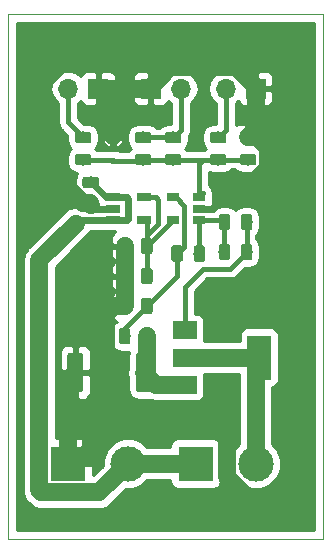
<source format=gbr>
G04 #@! TF.GenerationSoftware,KiCad,Pcbnew,6.0.0-rc1-unknown-8de1209~84~ubuntu18.04.1*
G04 #@! TF.CreationDate,2019-01-07T20:25:32+03:00
G04 #@! TF.ProjectId,Sink,53696e6b-2e6b-4696-9361-645f70636258,rev?*
G04 #@! TF.SameCoordinates,Original*
G04 #@! TF.FileFunction,Copper,L1,Top*
G04 #@! TF.FilePolarity,Positive*
%FSLAX46Y46*%
G04 Gerber Fmt 4.6, Leading zero omitted, Abs format (unit mm)*
G04 Created by KiCad (PCBNEW 6.0.0-rc1-unknown-8de1209~84~ubuntu18.04.1) date Pzt 07 Oca 2019 20:25:32 +03*
%MOMM*%
%LPD*%
G04 APERTURE LIST*
%ADD10C,0.050000*%
%ADD11R,3.000000X3.000000*%
%ADD12C,3.000000*%
%ADD13C,0.100000*%
%ADD14C,0.975000*%
%ADD15R,0.450000X0.600000*%
%ADD16R,1.700000X1.700000*%
%ADD17O,1.700000X1.700000*%
%ADD18R,2.000000X3.800000*%
%ADD19R,2.000000X1.500000*%
%ADD20C,1.350000*%
%ADD21R,1.060000X0.650000*%
%ADD22R,1.220000X0.650000*%
%ADD23C,0.400000*%
%ADD24C,1.500000*%
%ADD25C,0.600000*%
%ADD26C,0.254000*%
G04 APERTURE END LIST*
D10*
X139700000Y-88900000D02*
X113665000Y-88900000D01*
X139700000Y-44450000D02*
X139700000Y-88900000D01*
X113030000Y-44450000D02*
X139700000Y-44450000D01*
X113030000Y-88900000D02*
X113030000Y-44450000D01*
X113665000Y-88900000D02*
X113030000Y-88900000D01*
D11*
X118110000Y-82550000D03*
D12*
X123190000Y-82550000D03*
D13*
G36*
X125030142Y-63436174D02*
G01*
X125053803Y-63439684D01*
X125077007Y-63445496D01*
X125099529Y-63453554D01*
X125121153Y-63463782D01*
X125141670Y-63476079D01*
X125160883Y-63490329D01*
X125178607Y-63506393D01*
X125194671Y-63524117D01*
X125208921Y-63543330D01*
X125221218Y-63563847D01*
X125231446Y-63585471D01*
X125239504Y-63607993D01*
X125245316Y-63631197D01*
X125248826Y-63654858D01*
X125250000Y-63678750D01*
X125250000Y-64591250D01*
X125248826Y-64615142D01*
X125245316Y-64638803D01*
X125239504Y-64662007D01*
X125231446Y-64684529D01*
X125221218Y-64706153D01*
X125208921Y-64726670D01*
X125194671Y-64745883D01*
X125178607Y-64763607D01*
X125160883Y-64779671D01*
X125141670Y-64793921D01*
X125121153Y-64806218D01*
X125099529Y-64816446D01*
X125077007Y-64824504D01*
X125053803Y-64830316D01*
X125030142Y-64833826D01*
X125006250Y-64835000D01*
X124518750Y-64835000D01*
X124494858Y-64833826D01*
X124471197Y-64830316D01*
X124447993Y-64824504D01*
X124425471Y-64816446D01*
X124403847Y-64806218D01*
X124383330Y-64793921D01*
X124364117Y-64779671D01*
X124346393Y-64763607D01*
X124330329Y-64745883D01*
X124316079Y-64726670D01*
X124303782Y-64706153D01*
X124293554Y-64684529D01*
X124285496Y-64662007D01*
X124279684Y-64638803D01*
X124276174Y-64615142D01*
X124275000Y-64591250D01*
X124275000Y-63678750D01*
X124276174Y-63654858D01*
X124279684Y-63631197D01*
X124285496Y-63607993D01*
X124293554Y-63585471D01*
X124303782Y-63563847D01*
X124316079Y-63543330D01*
X124330329Y-63524117D01*
X124346393Y-63506393D01*
X124364117Y-63490329D01*
X124383330Y-63476079D01*
X124403847Y-63463782D01*
X124425471Y-63453554D01*
X124447993Y-63445496D01*
X124471197Y-63439684D01*
X124494858Y-63436174D01*
X124518750Y-63435000D01*
X125006250Y-63435000D01*
X125030142Y-63436174D01*
X125030142Y-63436174D01*
G37*
D14*
X124762500Y-64135000D03*
D13*
G36*
X123155142Y-63436174D02*
G01*
X123178803Y-63439684D01*
X123202007Y-63445496D01*
X123224529Y-63453554D01*
X123246153Y-63463782D01*
X123266670Y-63476079D01*
X123285883Y-63490329D01*
X123303607Y-63506393D01*
X123319671Y-63524117D01*
X123333921Y-63543330D01*
X123346218Y-63563847D01*
X123356446Y-63585471D01*
X123364504Y-63607993D01*
X123370316Y-63631197D01*
X123373826Y-63654858D01*
X123375000Y-63678750D01*
X123375000Y-64591250D01*
X123373826Y-64615142D01*
X123370316Y-64638803D01*
X123364504Y-64662007D01*
X123356446Y-64684529D01*
X123346218Y-64706153D01*
X123333921Y-64726670D01*
X123319671Y-64745883D01*
X123303607Y-64763607D01*
X123285883Y-64779671D01*
X123266670Y-64793921D01*
X123246153Y-64806218D01*
X123224529Y-64816446D01*
X123202007Y-64824504D01*
X123178803Y-64830316D01*
X123155142Y-64833826D01*
X123131250Y-64835000D01*
X122643750Y-64835000D01*
X122619858Y-64833826D01*
X122596197Y-64830316D01*
X122572993Y-64824504D01*
X122550471Y-64816446D01*
X122528847Y-64806218D01*
X122508330Y-64793921D01*
X122489117Y-64779671D01*
X122471393Y-64763607D01*
X122455329Y-64745883D01*
X122441079Y-64726670D01*
X122428782Y-64706153D01*
X122418554Y-64684529D01*
X122410496Y-64662007D01*
X122404684Y-64638803D01*
X122401174Y-64615142D01*
X122400000Y-64591250D01*
X122400000Y-63678750D01*
X122401174Y-63654858D01*
X122404684Y-63631197D01*
X122410496Y-63607993D01*
X122418554Y-63585471D01*
X122428782Y-63563847D01*
X122441079Y-63543330D01*
X122455329Y-63524117D01*
X122471393Y-63506393D01*
X122489117Y-63490329D01*
X122508330Y-63476079D01*
X122528847Y-63463782D01*
X122550471Y-63453554D01*
X122572993Y-63445496D01*
X122596197Y-63439684D01*
X122619858Y-63436174D01*
X122643750Y-63435000D01*
X123131250Y-63435000D01*
X123155142Y-63436174D01*
X123155142Y-63436174D01*
G37*
D14*
X122887500Y-64135000D03*
D13*
G36*
X129475142Y-64071174D02*
G01*
X129498803Y-64074684D01*
X129522007Y-64080496D01*
X129544529Y-64088554D01*
X129566153Y-64098782D01*
X129586670Y-64111079D01*
X129605883Y-64125329D01*
X129623607Y-64141393D01*
X129639671Y-64159117D01*
X129653921Y-64178330D01*
X129666218Y-64198847D01*
X129676446Y-64220471D01*
X129684504Y-64242993D01*
X129690316Y-64266197D01*
X129693826Y-64289858D01*
X129695000Y-64313750D01*
X129695000Y-65226250D01*
X129693826Y-65250142D01*
X129690316Y-65273803D01*
X129684504Y-65297007D01*
X129676446Y-65319529D01*
X129666218Y-65341153D01*
X129653921Y-65361670D01*
X129639671Y-65380883D01*
X129623607Y-65398607D01*
X129605883Y-65414671D01*
X129586670Y-65428921D01*
X129566153Y-65441218D01*
X129544529Y-65451446D01*
X129522007Y-65459504D01*
X129498803Y-65465316D01*
X129475142Y-65468826D01*
X129451250Y-65470000D01*
X128963750Y-65470000D01*
X128939858Y-65468826D01*
X128916197Y-65465316D01*
X128892993Y-65459504D01*
X128870471Y-65451446D01*
X128848847Y-65441218D01*
X128828330Y-65428921D01*
X128809117Y-65414671D01*
X128791393Y-65398607D01*
X128775329Y-65380883D01*
X128761079Y-65361670D01*
X128748782Y-65341153D01*
X128738554Y-65319529D01*
X128730496Y-65297007D01*
X128724684Y-65273803D01*
X128721174Y-65250142D01*
X128720000Y-65226250D01*
X128720000Y-64313750D01*
X128721174Y-64289858D01*
X128724684Y-64266197D01*
X128730496Y-64242993D01*
X128738554Y-64220471D01*
X128748782Y-64198847D01*
X128761079Y-64178330D01*
X128775329Y-64159117D01*
X128791393Y-64141393D01*
X128809117Y-64125329D01*
X128828330Y-64111079D01*
X128848847Y-64098782D01*
X128870471Y-64088554D01*
X128892993Y-64080496D01*
X128916197Y-64074684D01*
X128939858Y-64071174D01*
X128963750Y-64070000D01*
X129451250Y-64070000D01*
X129475142Y-64071174D01*
X129475142Y-64071174D01*
G37*
D14*
X129207500Y-64770000D03*
D13*
G36*
X127600142Y-64071174D02*
G01*
X127623803Y-64074684D01*
X127647007Y-64080496D01*
X127669529Y-64088554D01*
X127691153Y-64098782D01*
X127711670Y-64111079D01*
X127730883Y-64125329D01*
X127748607Y-64141393D01*
X127764671Y-64159117D01*
X127778921Y-64178330D01*
X127791218Y-64198847D01*
X127801446Y-64220471D01*
X127809504Y-64242993D01*
X127815316Y-64266197D01*
X127818826Y-64289858D01*
X127820000Y-64313750D01*
X127820000Y-65226250D01*
X127818826Y-65250142D01*
X127815316Y-65273803D01*
X127809504Y-65297007D01*
X127801446Y-65319529D01*
X127791218Y-65341153D01*
X127778921Y-65361670D01*
X127764671Y-65380883D01*
X127748607Y-65398607D01*
X127730883Y-65414671D01*
X127711670Y-65428921D01*
X127691153Y-65441218D01*
X127669529Y-65451446D01*
X127647007Y-65459504D01*
X127623803Y-65465316D01*
X127600142Y-65468826D01*
X127576250Y-65470000D01*
X127088750Y-65470000D01*
X127064858Y-65468826D01*
X127041197Y-65465316D01*
X127017993Y-65459504D01*
X126995471Y-65451446D01*
X126973847Y-65441218D01*
X126953330Y-65428921D01*
X126934117Y-65414671D01*
X126916393Y-65398607D01*
X126900329Y-65380883D01*
X126886079Y-65361670D01*
X126873782Y-65341153D01*
X126863554Y-65319529D01*
X126855496Y-65297007D01*
X126849684Y-65273803D01*
X126846174Y-65250142D01*
X126845000Y-65226250D01*
X126845000Y-64313750D01*
X126846174Y-64289858D01*
X126849684Y-64266197D01*
X126855496Y-64242993D01*
X126863554Y-64220471D01*
X126873782Y-64198847D01*
X126886079Y-64178330D01*
X126900329Y-64159117D01*
X126916393Y-64141393D01*
X126934117Y-64125329D01*
X126953330Y-64111079D01*
X126973847Y-64098782D01*
X126995471Y-64088554D01*
X127017993Y-64080496D01*
X127041197Y-64074684D01*
X127064858Y-64071174D01*
X127088750Y-64070000D01*
X127576250Y-64070000D01*
X127600142Y-64071174D01*
X127600142Y-64071174D01*
G37*
D14*
X127332500Y-64770000D03*
D13*
G36*
X131607106Y-61395870D02*
G01*
X131630767Y-61399380D01*
X131653971Y-61405192D01*
X131676493Y-61413250D01*
X131698117Y-61423478D01*
X131718634Y-61435775D01*
X131737847Y-61450025D01*
X131755571Y-61466089D01*
X131771635Y-61483813D01*
X131785885Y-61503026D01*
X131798182Y-61523543D01*
X131808410Y-61545167D01*
X131816468Y-61567689D01*
X131822280Y-61590893D01*
X131825790Y-61614554D01*
X131826964Y-61638446D01*
X131826964Y-62550946D01*
X131825790Y-62574838D01*
X131822280Y-62598499D01*
X131816468Y-62621703D01*
X131808410Y-62644225D01*
X131798182Y-62665849D01*
X131785885Y-62686366D01*
X131771635Y-62705579D01*
X131755571Y-62723303D01*
X131737847Y-62739367D01*
X131718634Y-62753617D01*
X131698117Y-62765914D01*
X131676493Y-62776142D01*
X131653971Y-62784200D01*
X131630767Y-62790012D01*
X131607106Y-62793522D01*
X131583214Y-62794696D01*
X131095714Y-62794696D01*
X131071822Y-62793522D01*
X131048161Y-62790012D01*
X131024957Y-62784200D01*
X131002435Y-62776142D01*
X130980811Y-62765914D01*
X130960294Y-62753617D01*
X130941081Y-62739367D01*
X130923357Y-62723303D01*
X130907293Y-62705579D01*
X130893043Y-62686366D01*
X130880746Y-62665849D01*
X130870518Y-62644225D01*
X130862460Y-62621703D01*
X130856648Y-62598499D01*
X130853138Y-62574838D01*
X130851964Y-62550946D01*
X130851964Y-61638446D01*
X130853138Y-61614554D01*
X130856648Y-61590893D01*
X130862460Y-61567689D01*
X130870518Y-61545167D01*
X130880746Y-61523543D01*
X130893043Y-61503026D01*
X130907293Y-61483813D01*
X130923357Y-61466089D01*
X130941081Y-61450025D01*
X130960294Y-61435775D01*
X130980811Y-61423478D01*
X131002435Y-61413250D01*
X131024957Y-61405192D01*
X131048161Y-61399380D01*
X131071822Y-61395870D01*
X131095714Y-61394696D01*
X131583214Y-61394696D01*
X131607106Y-61395870D01*
X131607106Y-61395870D01*
G37*
D14*
X131339464Y-62094696D03*
D13*
G36*
X133482106Y-61395870D02*
G01*
X133505767Y-61399380D01*
X133528971Y-61405192D01*
X133551493Y-61413250D01*
X133573117Y-61423478D01*
X133593634Y-61435775D01*
X133612847Y-61450025D01*
X133630571Y-61466089D01*
X133646635Y-61483813D01*
X133660885Y-61503026D01*
X133673182Y-61523543D01*
X133683410Y-61545167D01*
X133691468Y-61567689D01*
X133697280Y-61590893D01*
X133700790Y-61614554D01*
X133701964Y-61638446D01*
X133701964Y-62550946D01*
X133700790Y-62574838D01*
X133697280Y-62598499D01*
X133691468Y-62621703D01*
X133683410Y-62644225D01*
X133673182Y-62665849D01*
X133660885Y-62686366D01*
X133646635Y-62705579D01*
X133630571Y-62723303D01*
X133612847Y-62739367D01*
X133593634Y-62753617D01*
X133573117Y-62765914D01*
X133551493Y-62776142D01*
X133528971Y-62784200D01*
X133505767Y-62790012D01*
X133482106Y-62793522D01*
X133458214Y-62794696D01*
X132970714Y-62794696D01*
X132946822Y-62793522D01*
X132923161Y-62790012D01*
X132899957Y-62784200D01*
X132877435Y-62776142D01*
X132855811Y-62765914D01*
X132835294Y-62753617D01*
X132816081Y-62739367D01*
X132798357Y-62723303D01*
X132782293Y-62705579D01*
X132768043Y-62686366D01*
X132755746Y-62665849D01*
X132745518Y-62644225D01*
X132737460Y-62621703D01*
X132731648Y-62598499D01*
X132728138Y-62574838D01*
X132726964Y-62550946D01*
X132726964Y-61638446D01*
X132728138Y-61614554D01*
X132731648Y-61590893D01*
X132737460Y-61567689D01*
X132745518Y-61545167D01*
X132755746Y-61523543D01*
X132768043Y-61503026D01*
X132782293Y-61483813D01*
X132798357Y-61466089D01*
X132816081Y-61450025D01*
X132835294Y-61435775D01*
X132855811Y-61423478D01*
X132877435Y-61413250D01*
X132899957Y-61405192D01*
X132923161Y-61399380D01*
X132946822Y-61395870D01*
X132970714Y-61394696D01*
X133458214Y-61394696D01*
X133482106Y-61395870D01*
X133482106Y-61395870D01*
G37*
D14*
X133214464Y-62094696D03*
D13*
G36*
X120495142Y-60141174D02*
G01*
X120518803Y-60144684D01*
X120542007Y-60150496D01*
X120564529Y-60158554D01*
X120586153Y-60168782D01*
X120606670Y-60181079D01*
X120625883Y-60195329D01*
X120643607Y-60211393D01*
X120659671Y-60229117D01*
X120673921Y-60248330D01*
X120686218Y-60268847D01*
X120696446Y-60290471D01*
X120704504Y-60312993D01*
X120710316Y-60336197D01*
X120713826Y-60359858D01*
X120715000Y-60383750D01*
X120715000Y-60871250D01*
X120713826Y-60895142D01*
X120710316Y-60918803D01*
X120704504Y-60942007D01*
X120696446Y-60964529D01*
X120686218Y-60986153D01*
X120673921Y-61006670D01*
X120659671Y-61025883D01*
X120643607Y-61043607D01*
X120625883Y-61059671D01*
X120606670Y-61073921D01*
X120586153Y-61086218D01*
X120564529Y-61096446D01*
X120542007Y-61104504D01*
X120518803Y-61110316D01*
X120495142Y-61113826D01*
X120471250Y-61115000D01*
X119558750Y-61115000D01*
X119534858Y-61113826D01*
X119511197Y-61110316D01*
X119487993Y-61104504D01*
X119465471Y-61096446D01*
X119443847Y-61086218D01*
X119423330Y-61073921D01*
X119404117Y-61059671D01*
X119386393Y-61043607D01*
X119370329Y-61025883D01*
X119356079Y-61006670D01*
X119343782Y-60986153D01*
X119333554Y-60964529D01*
X119325496Y-60942007D01*
X119319684Y-60918803D01*
X119316174Y-60895142D01*
X119315000Y-60871250D01*
X119315000Y-60383750D01*
X119316174Y-60359858D01*
X119319684Y-60336197D01*
X119325496Y-60312993D01*
X119333554Y-60290471D01*
X119343782Y-60268847D01*
X119356079Y-60248330D01*
X119370329Y-60229117D01*
X119386393Y-60211393D01*
X119404117Y-60195329D01*
X119423330Y-60181079D01*
X119443847Y-60168782D01*
X119465471Y-60158554D01*
X119487993Y-60150496D01*
X119511197Y-60144684D01*
X119534858Y-60141174D01*
X119558750Y-60140000D01*
X120471250Y-60140000D01*
X120495142Y-60141174D01*
X120495142Y-60141174D01*
G37*
D14*
X120015000Y-60627500D03*
D13*
G36*
X120495142Y-58266174D02*
G01*
X120518803Y-58269684D01*
X120542007Y-58275496D01*
X120564529Y-58283554D01*
X120586153Y-58293782D01*
X120606670Y-58306079D01*
X120625883Y-58320329D01*
X120643607Y-58336393D01*
X120659671Y-58354117D01*
X120673921Y-58373330D01*
X120686218Y-58393847D01*
X120696446Y-58415471D01*
X120704504Y-58437993D01*
X120710316Y-58461197D01*
X120713826Y-58484858D01*
X120715000Y-58508750D01*
X120715000Y-58996250D01*
X120713826Y-59020142D01*
X120710316Y-59043803D01*
X120704504Y-59067007D01*
X120696446Y-59089529D01*
X120686218Y-59111153D01*
X120673921Y-59131670D01*
X120659671Y-59150883D01*
X120643607Y-59168607D01*
X120625883Y-59184671D01*
X120606670Y-59198921D01*
X120586153Y-59211218D01*
X120564529Y-59221446D01*
X120542007Y-59229504D01*
X120518803Y-59235316D01*
X120495142Y-59238826D01*
X120471250Y-59240000D01*
X119558750Y-59240000D01*
X119534858Y-59238826D01*
X119511197Y-59235316D01*
X119487993Y-59229504D01*
X119465471Y-59221446D01*
X119443847Y-59211218D01*
X119423330Y-59198921D01*
X119404117Y-59184671D01*
X119386393Y-59168607D01*
X119370329Y-59150883D01*
X119356079Y-59131670D01*
X119343782Y-59111153D01*
X119333554Y-59089529D01*
X119325496Y-59067007D01*
X119319684Y-59043803D01*
X119316174Y-59020142D01*
X119315000Y-58996250D01*
X119315000Y-58508750D01*
X119316174Y-58484858D01*
X119319684Y-58461197D01*
X119325496Y-58437993D01*
X119333554Y-58415471D01*
X119343782Y-58393847D01*
X119356079Y-58373330D01*
X119370329Y-58354117D01*
X119386393Y-58336393D01*
X119404117Y-58320329D01*
X119423330Y-58306079D01*
X119443847Y-58293782D01*
X119465471Y-58283554D01*
X119487993Y-58275496D01*
X119511197Y-58269684D01*
X119534858Y-58266174D01*
X119558750Y-58265000D01*
X120471250Y-58265000D01*
X120495142Y-58266174D01*
X120495142Y-58266174D01*
G37*
D14*
X120015000Y-58752500D03*
D13*
G36*
X125030142Y-65976174D02*
G01*
X125053803Y-65979684D01*
X125077007Y-65985496D01*
X125099529Y-65993554D01*
X125121153Y-66003782D01*
X125141670Y-66016079D01*
X125160883Y-66030329D01*
X125178607Y-66046393D01*
X125194671Y-66064117D01*
X125208921Y-66083330D01*
X125221218Y-66103847D01*
X125231446Y-66125471D01*
X125239504Y-66147993D01*
X125245316Y-66171197D01*
X125248826Y-66194858D01*
X125250000Y-66218750D01*
X125250000Y-67131250D01*
X125248826Y-67155142D01*
X125245316Y-67178803D01*
X125239504Y-67202007D01*
X125231446Y-67224529D01*
X125221218Y-67246153D01*
X125208921Y-67266670D01*
X125194671Y-67285883D01*
X125178607Y-67303607D01*
X125160883Y-67319671D01*
X125141670Y-67333921D01*
X125121153Y-67346218D01*
X125099529Y-67356446D01*
X125077007Y-67364504D01*
X125053803Y-67370316D01*
X125030142Y-67373826D01*
X125006250Y-67375000D01*
X124518750Y-67375000D01*
X124494858Y-67373826D01*
X124471197Y-67370316D01*
X124447993Y-67364504D01*
X124425471Y-67356446D01*
X124403847Y-67346218D01*
X124383330Y-67333921D01*
X124364117Y-67319671D01*
X124346393Y-67303607D01*
X124330329Y-67285883D01*
X124316079Y-67266670D01*
X124303782Y-67246153D01*
X124293554Y-67224529D01*
X124285496Y-67202007D01*
X124279684Y-67178803D01*
X124276174Y-67155142D01*
X124275000Y-67131250D01*
X124275000Y-66218750D01*
X124276174Y-66194858D01*
X124279684Y-66171197D01*
X124285496Y-66147993D01*
X124293554Y-66125471D01*
X124303782Y-66103847D01*
X124316079Y-66083330D01*
X124330329Y-66064117D01*
X124346393Y-66046393D01*
X124364117Y-66030329D01*
X124383330Y-66016079D01*
X124403847Y-66003782D01*
X124425471Y-65993554D01*
X124447993Y-65985496D01*
X124471197Y-65979684D01*
X124494858Y-65976174D01*
X124518750Y-65975000D01*
X125006250Y-65975000D01*
X125030142Y-65976174D01*
X125030142Y-65976174D01*
G37*
D14*
X124762500Y-66675000D03*
D13*
G36*
X123155142Y-65976174D02*
G01*
X123178803Y-65979684D01*
X123202007Y-65985496D01*
X123224529Y-65993554D01*
X123246153Y-66003782D01*
X123266670Y-66016079D01*
X123285883Y-66030329D01*
X123303607Y-66046393D01*
X123319671Y-66064117D01*
X123333921Y-66083330D01*
X123346218Y-66103847D01*
X123356446Y-66125471D01*
X123364504Y-66147993D01*
X123370316Y-66171197D01*
X123373826Y-66194858D01*
X123375000Y-66218750D01*
X123375000Y-67131250D01*
X123373826Y-67155142D01*
X123370316Y-67178803D01*
X123364504Y-67202007D01*
X123356446Y-67224529D01*
X123346218Y-67246153D01*
X123333921Y-67266670D01*
X123319671Y-67285883D01*
X123303607Y-67303607D01*
X123285883Y-67319671D01*
X123266670Y-67333921D01*
X123246153Y-67346218D01*
X123224529Y-67356446D01*
X123202007Y-67364504D01*
X123178803Y-67370316D01*
X123155142Y-67373826D01*
X123131250Y-67375000D01*
X122643750Y-67375000D01*
X122619858Y-67373826D01*
X122596197Y-67370316D01*
X122572993Y-67364504D01*
X122550471Y-67356446D01*
X122528847Y-67346218D01*
X122508330Y-67333921D01*
X122489117Y-67319671D01*
X122471393Y-67303607D01*
X122455329Y-67285883D01*
X122441079Y-67266670D01*
X122428782Y-67246153D01*
X122418554Y-67224529D01*
X122410496Y-67202007D01*
X122404684Y-67178803D01*
X122401174Y-67155142D01*
X122400000Y-67131250D01*
X122400000Y-66218750D01*
X122401174Y-66194858D01*
X122404684Y-66171197D01*
X122410496Y-66147993D01*
X122418554Y-66125471D01*
X122428782Y-66103847D01*
X122441079Y-66083330D01*
X122455329Y-66064117D01*
X122471393Y-66046393D01*
X122489117Y-66030329D01*
X122508330Y-66016079D01*
X122528847Y-66003782D01*
X122550471Y-65993554D01*
X122572993Y-65985496D01*
X122596197Y-65979684D01*
X122619858Y-65976174D01*
X122643750Y-65975000D01*
X123131250Y-65975000D01*
X123155142Y-65976174D01*
X123155142Y-65976174D01*
G37*
D14*
X122887500Y-66675000D03*
D15*
X121920000Y-54830000D03*
X121920000Y-56930000D03*
D12*
X133985000Y-82550000D03*
D11*
X128905000Y-82550000D03*
D16*
X120650000Y-50800000D03*
D17*
X118110000Y-50800000D03*
D16*
X125095000Y-50800000D03*
D17*
X127635000Y-50800000D03*
X131445000Y-50800000D03*
D16*
X133985000Y-50800000D03*
D18*
X134282089Y-73574988D03*
D19*
X127982089Y-73574988D03*
X127982089Y-75874988D03*
X127982089Y-71274988D03*
D13*
G36*
X119860142Y-54456174D02*
G01*
X119883803Y-54459684D01*
X119907007Y-54465496D01*
X119929529Y-54473554D01*
X119951153Y-54483782D01*
X119971670Y-54496079D01*
X119990883Y-54510329D01*
X120008607Y-54526393D01*
X120024671Y-54544117D01*
X120038921Y-54563330D01*
X120051218Y-54583847D01*
X120061446Y-54605471D01*
X120069504Y-54627993D01*
X120075316Y-54651197D01*
X120078826Y-54674858D01*
X120080000Y-54698750D01*
X120080000Y-55186250D01*
X120078826Y-55210142D01*
X120075316Y-55233803D01*
X120069504Y-55257007D01*
X120061446Y-55279529D01*
X120051218Y-55301153D01*
X120038921Y-55321670D01*
X120024671Y-55340883D01*
X120008607Y-55358607D01*
X119990883Y-55374671D01*
X119971670Y-55388921D01*
X119951153Y-55401218D01*
X119929529Y-55411446D01*
X119907007Y-55419504D01*
X119883803Y-55425316D01*
X119860142Y-55428826D01*
X119836250Y-55430000D01*
X118923750Y-55430000D01*
X118899858Y-55428826D01*
X118876197Y-55425316D01*
X118852993Y-55419504D01*
X118830471Y-55411446D01*
X118808847Y-55401218D01*
X118788330Y-55388921D01*
X118769117Y-55374671D01*
X118751393Y-55358607D01*
X118735329Y-55340883D01*
X118721079Y-55321670D01*
X118708782Y-55301153D01*
X118698554Y-55279529D01*
X118690496Y-55257007D01*
X118684684Y-55233803D01*
X118681174Y-55210142D01*
X118680000Y-55186250D01*
X118680000Y-54698750D01*
X118681174Y-54674858D01*
X118684684Y-54651197D01*
X118690496Y-54627993D01*
X118698554Y-54605471D01*
X118708782Y-54583847D01*
X118721079Y-54563330D01*
X118735329Y-54544117D01*
X118751393Y-54526393D01*
X118769117Y-54510329D01*
X118788330Y-54496079D01*
X118808847Y-54483782D01*
X118830471Y-54473554D01*
X118852993Y-54465496D01*
X118876197Y-54459684D01*
X118899858Y-54456174D01*
X118923750Y-54455000D01*
X119836250Y-54455000D01*
X119860142Y-54456174D01*
X119860142Y-54456174D01*
G37*
D14*
X119380000Y-54942500D03*
D13*
G36*
X119860142Y-56331174D02*
G01*
X119883803Y-56334684D01*
X119907007Y-56340496D01*
X119929529Y-56348554D01*
X119951153Y-56358782D01*
X119971670Y-56371079D01*
X119990883Y-56385329D01*
X120008607Y-56401393D01*
X120024671Y-56419117D01*
X120038921Y-56438330D01*
X120051218Y-56458847D01*
X120061446Y-56480471D01*
X120069504Y-56502993D01*
X120075316Y-56526197D01*
X120078826Y-56549858D01*
X120080000Y-56573750D01*
X120080000Y-57061250D01*
X120078826Y-57085142D01*
X120075316Y-57108803D01*
X120069504Y-57132007D01*
X120061446Y-57154529D01*
X120051218Y-57176153D01*
X120038921Y-57196670D01*
X120024671Y-57215883D01*
X120008607Y-57233607D01*
X119990883Y-57249671D01*
X119971670Y-57263921D01*
X119951153Y-57276218D01*
X119929529Y-57286446D01*
X119907007Y-57294504D01*
X119883803Y-57300316D01*
X119860142Y-57303826D01*
X119836250Y-57305000D01*
X118923750Y-57305000D01*
X118899858Y-57303826D01*
X118876197Y-57300316D01*
X118852993Y-57294504D01*
X118830471Y-57286446D01*
X118808847Y-57276218D01*
X118788330Y-57263921D01*
X118769117Y-57249671D01*
X118751393Y-57233607D01*
X118735329Y-57215883D01*
X118721079Y-57196670D01*
X118708782Y-57176153D01*
X118698554Y-57154529D01*
X118690496Y-57132007D01*
X118684684Y-57108803D01*
X118681174Y-57085142D01*
X118680000Y-57061250D01*
X118680000Y-56573750D01*
X118681174Y-56549858D01*
X118684684Y-56526197D01*
X118690496Y-56502993D01*
X118698554Y-56480471D01*
X118708782Y-56458847D01*
X118721079Y-56438330D01*
X118735329Y-56419117D01*
X118751393Y-56401393D01*
X118769117Y-56385329D01*
X118788330Y-56371079D01*
X118808847Y-56358782D01*
X118830471Y-56348554D01*
X118852993Y-56340496D01*
X118876197Y-56334684D01*
X118899858Y-56331174D01*
X118923750Y-56330000D01*
X119836250Y-56330000D01*
X119860142Y-56331174D01*
X119860142Y-56331174D01*
G37*
D14*
X119380000Y-56817500D03*
D13*
G36*
X124940142Y-56331174D02*
G01*
X124963803Y-56334684D01*
X124987007Y-56340496D01*
X125009529Y-56348554D01*
X125031153Y-56358782D01*
X125051670Y-56371079D01*
X125070883Y-56385329D01*
X125088607Y-56401393D01*
X125104671Y-56419117D01*
X125118921Y-56438330D01*
X125131218Y-56458847D01*
X125141446Y-56480471D01*
X125149504Y-56502993D01*
X125155316Y-56526197D01*
X125158826Y-56549858D01*
X125160000Y-56573750D01*
X125160000Y-57061250D01*
X125158826Y-57085142D01*
X125155316Y-57108803D01*
X125149504Y-57132007D01*
X125141446Y-57154529D01*
X125131218Y-57176153D01*
X125118921Y-57196670D01*
X125104671Y-57215883D01*
X125088607Y-57233607D01*
X125070883Y-57249671D01*
X125051670Y-57263921D01*
X125031153Y-57276218D01*
X125009529Y-57286446D01*
X124987007Y-57294504D01*
X124963803Y-57300316D01*
X124940142Y-57303826D01*
X124916250Y-57305000D01*
X124003750Y-57305000D01*
X123979858Y-57303826D01*
X123956197Y-57300316D01*
X123932993Y-57294504D01*
X123910471Y-57286446D01*
X123888847Y-57276218D01*
X123868330Y-57263921D01*
X123849117Y-57249671D01*
X123831393Y-57233607D01*
X123815329Y-57215883D01*
X123801079Y-57196670D01*
X123788782Y-57176153D01*
X123778554Y-57154529D01*
X123770496Y-57132007D01*
X123764684Y-57108803D01*
X123761174Y-57085142D01*
X123760000Y-57061250D01*
X123760000Y-56573750D01*
X123761174Y-56549858D01*
X123764684Y-56526197D01*
X123770496Y-56502993D01*
X123778554Y-56480471D01*
X123788782Y-56458847D01*
X123801079Y-56438330D01*
X123815329Y-56419117D01*
X123831393Y-56401393D01*
X123849117Y-56385329D01*
X123868330Y-56371079D01*
X123888847Y-56358782D01*
X123910471Y-56348554D01*
X123932993Y-56340496D01*
X123956197Y-56334684D01*
X123979858Y-56331174D01*
X124003750Y-56330000D01*
X124916250Y-56330000D01*
X124940142Y-56331174D01*
X124940142Y-56331174D01*
G37*
D14*
X124460000Y-56817500D03*
D13*
G36*
X124940142Y-54456174D02*
G01*
X124963803Y-54459684D01*
X124987007Y-54465496D01*
X125009529Y-54473554D01*
X125031153Y-54483782D01*
X125051670Y-54496079D01*
X125070883Y-54510329D01*
X125088607Y-54526393D01*
X125104671Y-54544117D01*
X125118921Y-54563330D01*
X125131218Y-54583847D01*
X125141446Y-54605471D01*
X125149504Y-54627993D01*
X125155316Y-54651197D01*
X125158826Y-54674858D01*
X125160000Y-54698750D01*
X125160000Y-55186250D01*
X125158826Y-55210142D01*
X125155316Y-55233803D01*
X125149504Y-55257007D01*
X125141446Y-55279529D01*
X125131218Y-55301153D01*
X125118921Y-55321670D01*
X125104671Y-55340883D01*
X125088607Y-55358607D01*
X125070883Y-55374671D01*
X125051670Y-55388921D01*
X125031153Y-55401218D01*
X125009529Y-55411446D01*
X124987007Y-55419504D01*
X124963803Y-55425316D01*
X124940142Y-55428826D01*
X124916250Y-55430000D01*
X124003750Y-55430000D01*
X123979858Y-55428826D01*
X123956197Y-55425316D01*
X123932993Y-55419504D01*
X123910471Y-55411446D01*
X123888847Y-55401218D01*
X123868330Y-55388921D01*
X123849117Y-55374671D01*
X123831393Y-55358607D01*
X123815329Y-55340883D01*
X123801079Y-55321670D01*
X123788782Y-55301153D01*
X123778554Y-55279529D01*
X123770496Y-55257007D01*
X123764684Y-55233803D01*
X123761174Y-55210142D01*
X123760000Y-55186250D01*
X123760000Y-54698750D01*
X123761174Y-54674858D01*
X123764684Y-54651197D01*
X123770496Y-54627993D01*
X123778554Y-54605471D01*
X123788782Y-54583847D01*
X123801079Y-54563330D01*
X123815329Y-54544117D01*
X123831393Y-54526393D01*
X123849117Y-54510329D01*
X123868330Y-54496079D01*
X123888847Y-54483782D01*
X123910471Y-54473554D01*
X123932993Y-54465496D01*
X123956197Y-54459684D01*
X123979858Y-54456174D01*
X124003750Y-54455000D01*
X124916250Y-54455000D01*
X124940142Y-54456174D01*
X124940142Y-54456174D01*
G37*
D14*
X124460000Y-54942500D03*
D13*
G36*
X127480142Y-54456174D02*
G01*
X127503803Y-54459684D01*
X127527007Y-54465496D01*
X127549529Y-54473554D01*
X127571153Y-54483782D01*
X127591670Y-54496079D01*
X127610883Y-54510329D01*
X127628607Y-54526393D01*
X127644671Y-54544117D01*
X127658921Y-54563330D01*
X127671218Y-54583847D01*
X127681446Y-54605471D01*
X127689504Y-54627993D01*
X127695316Y-54651197D01*
X127698826Y-54674858D01*
X127700000Y-54698750D01*
X127700000Y-55186250D01*
X127698826Y-55210142D01*
X127695316Y-55233803D01*
X127689504Y-55257007D01*
X127681446Y-55279529D01*
X127671218Y-55301153D01*
X127658921Y-55321670D01*
X127644671Y-55340883D01*
X127628607Y-55358607D01*
X127610883Y-55374671D01*
X127591670Y-55388921D01*
X127571153Y-55401218D01*
X127549529Y-55411446D01*
X127527007Y-55419504D01*
X127503803Y-55425316D01*
X127480142Y-55428826D01*
X127456250Y-55430000D01*
X126543750Y-55430000D01*
X126519858Y-55428826D01*
X126496197Y-55425316D01*
X126472993Y-55419504D01*
X126450471Y-55411446D01*
X126428847Y-55401218D01*
X126408330Y-55388921D01*
X126389117Y-55374671D01*
X126371393Y-55358607D01*
X126355329Y-55340883D01*
X126341079Y-55321670D01*
X126328782Y-55301153D01*
X126318554Y-55279529D01*
X126310496Y-55257007D01*
X126304684Y-55233803D01*
X126301174Y-55210142D01*
X126300000Y-55186250D01*
X126300000Y-54698750D01*
X126301174Y-54674858D01*
X126304684Y-54651197D01*
X126310496Y-54627993D01*
X126318554Y-54605471D01*
X126328782Y-54583847D01*
X126341079Y-54563330D01*
X126355329Y-54544117D01*
X126371393Y-54526393D01*
X126389117Y-54510329D01*
X126408330Y-54496079D01*
X126428847Y-54483782D01*
X126450471Y-54473554D01*
X126472993Y-54465496D01*
X126496197Y-54459684D01*
X126519858Y-54456174D01*
X126543750Y-54455000D01*
X127456250Y-54455000D01*
X127480142Y-54456174D01*
X127480142Y-54456174D01*
G37*
D14*
X127000000Y-54942500D03*
D13*
G36*
X127480142Y-56331174D02*
G01*
X127503803Y-56334684D01*
X127527007Y-56340496D01*
X127549529Y-56348554D01*
X127571153Y-56358782D01*
X127591670Y-56371079D01*
X127610883Y-56385329D01*
X127628607Y-56401393D01*
X127644671Y-56419117D01*
X127658921Y-56438330D01*
X127671218Y-56458847D01*
X127681446Y-56480471D01*
X127689504Y-56502993D01*
X127695316Y-56526197D01*
X127698826Y-56549858D01*
X127700000Y-56573750D01*
X127700000Y-57061250D01*
X127698826Y-57085142D01*
X127695316Y-57108803D01*
X127689504Y-57132007D01*
X127681446Y-57154529D01*
X127671218Y-57176153D01*
X127658921Y-57196670D01*
X127644671Y-57215883D01*
X127628607Y-57233607D01*
X127610883Y-57249671D01*
X127591670Y-57263921D01*
X127571153Y-57276218D01*
X127549529Y-57286446D01*
X127527007Y-57294504D01*
X127503803Y-57300316D01*
X127480142Y-57303826D01*
X127456250Y-57305000D01*
X126543750Y-57305000D01*
X126519858Y-57303826D01*
X126496197Y-57300316D01*
X126472993Y-57294504D01*
X126450471Y-57286446D01*
X126428847Y-57276218D01*
X126408330Y-57263921D01*
X126389117Y-57249671D01*
X126371393Y-57233607D01*
X126355329Y-57215883D01*
X126341079Y-57196670D01*
X126328782Y-57176153D01*
X126318554Y-57154529D01*
X126310496Y-57132007D01*
X126304684Y-57108803D01*
X126301174Y-57085142D01*
X126300000Y-57061250D01*
X126300000Y-56573750D01*
X126301174Y-56549858D01*
X126304684Y-56526197D01*
X126310496Y-56502993D01*
X126318554Y-56480471D01*
X126328782Y-56458847D01*
X126341079Y-56438330D01*
X126355329Y-56419117D01*
X126371393Y-56401393D01*
X126389117Y-56385329D01*
X126408330Y-56371079D01*
X126428847Y-56358782D01*
X126450471Y-56348554D01*
X126472993Y-56340496D01*
X126496197Y-56334684D01*
X126519858Y-56331174D01*
X126543750Y-56330000D01*
X127456250Y-56330000D01*
X127480142Y-56331174D01*
X127480142Y-56331174D01*
G37*
D14*
X127000000Y-56817500D03*
D13*
G36*
X125030142Y-68516174D02*
G01*
X125053803Y-68519684D01*
X125077007Y-68525496D01*
X125099529Y-68533554D01*
X125121153Y-68543782D01*
X125141670Y-68556079D01*
X125160883Y-68570329D01*
X125178607Y-68586393D01*
X125194671Y-68604117D01*
X125208921Y-68623330D01*
X125221218Y-68643847D01*
X125231446Y-68665471D01*
X125239504Y-68687993D01*
X125245316Y-68711197D01*
X125248826Y-68734858D01*
X125250000Y-68758750D01*
X125250000Y-69671250D01*
X125248826Y-69695142D01*
X125245316Y-69718803D01*
X125239504Y-69742007D01*
X125231446Y-69764529D01*
X125221218Y-69786153D01*
X125208921Y-69806670D01*
X125194671Y-69825883D01*
X125178607Y-69843607D01*
X125160883Y-69859671D01*
X125141670Y-69873921D01*
X125121153Y-69886218D01*
X125099529Y-69896446D01*
X125077007Y-69904504D01*
X125053803Y-69910316D01*
X125030142Y-69913826D01*
X125006250Y-69915000D01*
X124518750Y-69915000D01*
X124494858Y-69913826D01*
X124471197Y-69910316D01*
X124447993Y-69904504D01*
X124425471Y-69896446D01*
X124403847Y-69886218D01*
X124383330Y-69873921D01*
X124364117Y-69859671D01*
X124346393Y-69843607D01*
X124330329Y-69825883D01*
X124316079Y-69806670D01*
X124303782Y-69786153D01*
X124293554Y-69764529D01*
X124285496Y-69742007D01*
X124279684Y-69718803D01*
X124276174Y-69695142D01*
X124275000Y-69671250D01*
X124275000Y-68758750D01*
X124276174Y-68734858D01*
X124279684Y-68711197D01*
X124285496Y-68687993D01*
X124293554Y-68665471D01*
X124303782Y-68643847D01*
X124316079Y-68623330D01*
X124330329Y-68604117D01*
X124346393Y-68586393D01*
X124364117Y-68570329D01*
X124383330Y-68556079D01*
X124403847Y-68543782D01*
X124425471Y-68533554D01*
X124447993Y-68525496D01*
X124471197Y-68519684D01*
X124494858Y-68516174D01*
X124518750Y-68515000D01*
X125006250Y-68515000D01*
X125030142Y-68516174D01*
X125030142Y-68516174D01*
G37*
D14*
X124762500Y-69215000D03*
D13*
G36*
X123155142Y-68516174D02*
G01*
X123178803Y-68519684D01*
X123202007Y-68525496D01*
X123224529Y-68533554D01*
X123246153Y-68543782D01*
X123266670Y-68556079D01*
X123285883Y-68570329D01*
X123303607Y-68586393D01*
X123319671Y-68604117D01*
X123333921Y-68623330D01*
X123346218Y-68643847D01*
X123356446Y-68665471D01*
X123364504Y-68687993D01*
X123370316Y-68711197D01*
X123373826Y-68734858D01*
X123375000Y-68758750D01*
X123375000Y-69671250D01*
X123373826Y-69695142D01*
X123370316Y-69718803D01*
X123364504Y-69742007D01*
X123356446Y-69764529D01*
X123346218Y-69786153D01*
X123333921Y-69806670D01*
X123319671Y-69825883D01*
X123303607Y-69843607D01*
X123285883Y-69859671D01*
X123266670Y-69873921D01*
X123246153Y-69886218D01*
X123224529Y-69896446D01*
X123202007Y-69904504D01*
X123178803Y-69910316D01*
X123155142Y-69913826D01*
X123131250Y-69915000D01*
X122643750Y-69915000D01*
X122619858Y-69913826D01*
X122596197Y-69910316D01*
X122572993Y-69904504D01*
X122550471Y-69896446D01*
X122528847Y-69886218D01*
X122508330Y-69873921D01*
X122489117Y-69859671D01*
X122471393Y-69843607D01*
X122455329Y-69825883D01*
X122441079Y-69806670D01*
X122428782Y-69786153D01*
X122418554Y-69764529D01*
X122410496Y-69742007D01*
X122404684Y-69718803D01*
X122401174Y-69695142D01*
X122400000Y-69671250D01*
X122400000Y-68758750D01*
X122401174Y-68734858D01*
X122404684Y-68711197D01*
X122410496Y-68687993D01*
X122418554Y-68665471D01*
X122428782Y-68643847D01*
X122441079Y-68623330D01*
X122455329Y-68604117D01*
X122471393Y-68586393D01*
X122489117Y-68570329D01*
X122508330Y-68556079D01*
X122528847Y-68543782D01*
X122550471Y-68533554D01*
X122572993Y-68525496D01*
X122596197Y-68519684D01*
X122619858Y-68516174D01*
X122643750Y-68515000D01*
X123131250Y-68515000D01*
X123155142Y-68516174D01*
X123155142Y-68516174D01*
G37*
D14*
X122887500Y-69215000D03*
D13*
G36*
X131290142Y-54456174D02*
G01*
X131313803Y-54459684D01*
X131337007Y-54465496D01*
X131359529Y-54473554D01*
X131381153Y-54483782D01*
X131401670Y-54496079D01*
X131420883Y-54510329D01*
X131438607Y-54526393D01*
X131454671Y-54544117D01*
X131468921Y-54563330D01*
X131481218Y-54583847D01*
X131491446Y-54605471D01*
X131499504Y-54627993D01*
X131505316Y-54651197D01*
X131508826Y-54674858D01*
X131510000Y-54698750D01*
X131510000Y-55186250D01*
X131508826Y-55210142D01*
X131505316Y-55233803D01*
X131499504Y-55257007D01*
X131491446Y-55279529D01*
X131481218Y-55301153D01*
X131468921Y-55321670D01*
X131454671Y-55340883D01*
X131438607Y-55358607D01*
X131420883Y-55374671D01*
X131401670Y-55388921D01*
X131381153Y-55401218D01*
X131359529Y-55411446D01*
X131337007Y-55419504D01*
X131313803Y-55425316D01*
X131290142Y-55428826D01*
X131266250Y-55430000D01*
X130353750Y-55430000D01*
X130329858Y-55428826D01*
X130306197Y-55425316D01*
X130282993Y-55419504D01*
X130260471Y-55411446D01*
X130238847Y-55401218D01*
X130218330Y-55388921D01*
X130199117Y-55374671D01*
X130181393Y-55358607D01*
X130165329Y-55340883D01*
X130151079Y-55321670D01*
X130138782Y-55301153D01*
X130128554Y-55279529D01*
X130120496Y-55257007D01*
X130114684Y-55233803D01*
X130111174Y-55210142D01*
X130110000Y-55186250D01*
X130110000Y-54698750D01*
X130111174Y-54674858D01*
X130114684Y-54651197D01*
X130120496Y-54627993D01*
X130128554Y-54605471D01*
X130138782Y-54583847D01*
X130151079Y-54563330D01*
X130165329Y-54544117D01*
X130181393Y-54526393D01*
X130199117Y-54510329D01*
X130218330Y-54496079D01*
X130238847Y-54483782D01*
X130260471Y-54473554D01*
X130282993Y-54465496D01*
X130306197Y-54459684D01*
X130329858Y-54456174D01*
X130353750Y-54455000D01*
X131266250Y-54455000D01*
X131290142Y-54456174D01*
X131290142Y-54456174D01*
G37*
D14*
X130810000Y-54942500D03*
D13*
G36*
X131290142Y-56331174D02*
G01*
X131313803Y-56334684D01*
X131337007Y-56340496D01*
X131359529Y-56348554D01*
X131381153Y-56358782D01*
X131401670Y-56371079D01*
X131420883Y-56385329D01*
X131438607Y-56401393D01*
X131454671Y-56419117D01*
X131468921Y-56438330D01*
X131481218Y-56458847D01*
X131491446Y-56480471D01*
X131499504Y-56502993D01*
X131505316Y-56526197D01*
X131508826Y-56549858D01*
X131510000Y-56573750D01*
X131510000Y-57061250D01*
X131508826Y-57085142D01*
X131505316Y-57108803D01*
X131499504Y-57132007D01*
X131491446Y-57154529D01*
X131481218Y-57176153D01*
X131468921Y-57196670D01*
X131454671Y-57215883D01*
X131438607Y-57233607D01*
X131420883Y-57249671D01*
X131401670Y-57263921D01*
X131381153Y-57276218D01*
X131359529Y-57286446D01*
X131337007Y-57294504D01*
X131313803Y-57300316D01*
X131290142Y-57303826D01*
X131266250Y-57305000D01*
X130353750Y-57305000D01*
X130329858Y-57303826D01*
X130306197Y-57300316D01*
X130282993Y-57294504D01*
X130260471Y-57286446D01*
X130238847Y-57276218D01*
X130218330Y-57263921D01*
X130199117Y-57249671D01*
X130181393Y-57233607D01*
X130165329Y-57215883D01*
X130151079Y-57196670D01*
X130138782Y-57176153D01*
X130128554Y-57154529D01*
X130120496Y-57132007D01*
X130114684Y-57108803D01*
X130111174Y-57085142D01*
X130110000Y-57061250D01*
X130110000Y-56573750D01*
X130111174Y-56549858D01*
X130114684Y-56526197D01*
X130120496Y-56502993D01*
X130128554Y-56480471D01*
X130138782Y-56458847D01*
X130151079Y-56438330D01*
X130165329Y-56419117D01*
X130181393Y-56401393D01*
X130199117Y-56385329D01*
X130218330Y-56371079D01*
X130238847Y-56358782D01*
X130260471Y-56348554D01*
X130282993Y-56340496D01*
X130306197Y-56334684D01*
X130329858Y-56331174D01*
X130353750Y-56330000D01*
X131266250Y-56330000D01*
X131290142Y-56331174D01*
X131290142Y-56331174D01*
G37*
D14*
X130810000Y-56817500D03*
D13*
G36*
X133830142Y-54456174D02*
G01*
X133853803Y-54459684D01*
X133877007Y-54465496D01*
X133899529Y-54473554D01*
X133921153Y-54483782D01*
X133941670Y-54496079D01*
X133960883Y-54510329D01*
X133978607Y-54526393D01*
X133994671Y-54544117D01*
X134008921Y-54563330D01*
X134021218Y-54583847D01*
X134031446Y-54605471D01*
X134039504Y-54627993D01*
X134045316Y-54651197D01*
X134048826Y-54674858D01*
X134050000Y-54698750D01*
X134050000Y-55186250D01*
X134048826Y-55210142D01*
X134045316Y-55233803D01*
X134039504Y-55257007D01*
X134031446Y-55279529D01*
X134021218Y-55301153D01*
X134008921Y-55321670D01*
X133994671Y-55340883D01*
X133978607Y-55358607D01*
X133960883Y-55374671D01*
X133941670Y-55388921D01*
X133921153Y-55401218D01*
X133899529Y-55411446D01*
X133877007Y-55419504D01*
X133853803Y-55425316D01*
X133830142Y-55428826D01*
X133806250Y-55430000D01*
X132893750Y-55430000D01*
X132869858Y-55428826D01*
X132846197Y-55425316D01*
X132822993Y-55419504D01*
X132800471Y-55411446D01*
X132778847Y-55401218D01*
X132758330Y-55388921D01*
X132739117Y-55374671D01*
X132721393Y-55358607D01*
X132705329Y-55340883D01*
X132691079Y-55321670D01*
X132678782Y-55301153D01*
X132668554Y-55279529D01*
X132660496Y-55257007D01*
X132654684Y-55233803D01*
X132651174Y-55210142D01*
X132650000Y-55186250D01*
X132650000Y-54698750D01*
X132651174Y-54674858D01*
X132654684Y-54651197D01*
X132660496Y-54627993D01*
X132668554Y-54605471D01*
X132678782Y-54583847D01*
X132691079Y-54563330D01*
X132705329Y-54544117D01*
X132721393Y-54526393D01*
X132739117Y-54510329D01*
X132758330Y-54496079D01*
X132778847Y-54483782D01*
X132800471Y-54473554D01*
X132822993Y-54465496D01*
X132846197Y-54459684D01*
X132869858Y-54456174D01*
X132893750Y-54455000D01*
X133806250Y-54455000D01*
X133830142Y-54456174D01*
X133830142Y-54456174D01*
G37*
D14*
X133350000Y-54942500D03*
D13*
G36*
X133830142Y-56331174D02*
G01*
X133853803Y-56334684D01*
X133877007Y-56340496D01*
X133899529Y-56348554D01*
X133921153Y-56358782D01*
X133941670Y-56371079D01*
X133960883Y-56385329D01*
X133978607Y-56401393D01*
X133994671Y-56419117D01*
X134008921Y-56438330D01*
X134021218Y-56458847D01*
X134031446Y-56480471D01*
X134039504Y-56502993D01*
X134045316Y-56526197D01*
X134048826Y-56549858D01*
X134050000Y-56573750D01*
X134050000Y-57061250D01*
X134048826Y-57085142D01*
X134045316Y-57108803D01*
X134039504Y-57132007D01*
X134031446Y-57154529D01*
X134021218Y-57176153D01*
X134008921Y-57196670D01*
X133994671Y-57215883D01*
X133978607Y-57233607D01*
X133960883Y-57249671D01*
X133941670Y-57263921D01*
X133921153Y-57276218D01*
X133899529Y-57286446D01*
X133877007Y-57294504D01*
X133853803Y-57300316D01*
X133830142Y-57303826D01*
X133806250Y-57305000D01*
X132893750Y-57305000D01*
X132869858Y-57303826D01*
X132846197Y-57300316D01*
X132822993Y-57294504D01*
X132800471Y-57286446D01*
X132778847Y-57276218D01*
X132758330Y-57263921D01*
X132739117Y-57249671D01*
X132721393Y-57233607D01*
X132705329Y-57215883D01*
X132691079Y-57196670D01*
X132678782Y-57176153D01*
X132668554Y-57154529D01*
X132660496Y-57132007D01*
X132654684Y-57108803D01*
X132651174Y-57085142D01*
X132650000Y-57061250D01*
X132650000Y-56573750D01*
X132651174Y-56549858D01*
X132654684Y-56526197D01*
X132660496Y-56502993D01*
X132668554Y-56480471D01*
X132678782Y-56458847D01*
X132691079Y-56438330D01*
X132705329Y-56419117D01*
X132721393Y-56401393D01*
X132739117Y-56385329D01*
X132758330Y-56371079D01*
X132778847Y-56358782D01*
X132800471Y-56348554D01*
X132822993Y-56340496D01*
X132846197Y-56334684D01*
X132869858Y-56331174D01*
X132893750Y-56330000D01*
X133806250Y-56330000D01*
X133830142Y-56331174D01*
X133830142Y-56331174D01*
G37*
D14*
X133350000Y-56817500D03*
D13*
G36*
X125030142Y-71056174D02*
G01*
X125053803Y-71059684D01*
X125077007Y-71065496D01*
X125099529Y-71073554D01*
X125121153Y-71083782D01*
X125141670Y-71096079D01*
X125160883Y-71110329D01*
X125178607Y-71126393D01*
X125194671Y-71144117D01*
X125208921Y-71163330D01*
X125221218Y-71183847D01*
X125231446Y-71205471D01*
X125239504Y-71227993D01*
X125245316Y-71251197D01*
X125248826Y-71274858D01*
X125250000Y-71298750D01*
X125250000Y-72211250D01*
X125248826Y-72235142D01*
X125245316Y-72258803D01*
X125239504Y-72282007D01*
X125231446Y-72304529D01*
X125221218Y-72326153D01*
X125208921Y-72346670D01*
X125194671Y-72365883D01*
X125178607Y-72383607D01*
X125160883Y-72399671D01*
X125141670Y-72413921D01*
X125121153Y-72426218D01*
X125099529Y-72436446D01*
X125077007Y-72444504D01*
X125053803Y-72450316D01*
X125030142Y-72453826D01*
X125006250Y-72455000D01*
X124518750Y-72455000D01*
X124494858Y-72453826D01*
X124471197Y-72450316D01*
X124447993Y-72444504D01*
X124425471Y-72436446D01*
X124403847Y-72426218D01*
X124383330Y-72413921D01*
X124364117Y-72399671D01*
X124346393Y-72383607D01*
X124330329Y-72365883D01*
X124316079Y-72346670D01*
X124303782Y-72326153D01*
X124293554Y-72304529D01*
X124285496Y-72282007D01*
X124279684Y-72258803D01*
X124276174Y-72235142D01*
X124275000Y-72211250D01*
X124275000Y-71298750D01*
X124276174Y-71274858D01*
X124279684Y-71251197D01*
X124285496Y-71227993D01*
X124293554Y-71205471D01*
X124303782Y-71183847D01*
X124316079Y-71163330D01*
X124330329Y-71144117D01*
X124346393Y-71126393D01*
X124364117Y-71110329D01*
X124383330Y-71096079D01*
X124403847Y-71083782D01*
X124425471Y-71073554D01*
X124447993Y-71065496D01*
X124471197Y-71059684D01*
X124494858Y-71056174D01*
X124518750Y-71055000D01*
X125006250Y-71055000D01*
X125030142Y-71056174D01*
X125030142Y-71056174D01*
G37*
D14*
X124762500Y-71755000D03*
D13*
G36*
X123155142Y-71056174D02*
G01*
X123178803Y-71059684D01*
X123202007Y-71065496D01*
X123224529Y-71073554D01*
X123246153Y-71083782D01*
X123266670Y-71096079D01*
X123285883Y-71110329D01*
X123303607Y-71126393D01*
X123319671Y-71144117D01*
X123333921Y-71163330D01*
X123346218Y-71183847D01*
X123356446Y-71205471D01*
X123364504Y-71227993D01*
X123370316Y-71251197D01*
X123373826Y-71274858D01*
X123375000Y-71298750D01*
X123375000Y-72211250D01*
X123373826Y-72235142D01*
X123370316Y-72258803D01*
X123364504Y-72282007D01*
X123356446Y-72304529D01*
X123346218Y-72326153D01*
X123333921Y-72346670D01*
X123319671Y-72365883D01*
X123303607Y-72383607D01*
X123285883Y-72399671D01*
X123266670Y-72413921D01*
X123246153Y-72426218D01*
X123224529Y-72436446D01*
X123202007Y-72444504D01*
X123178803Y-72450316D01*
X123155142Y-72453826D01*
X123131250Y-72455000D01*
X122643750Y-72455000D01*
X122619858Y-72453826D01*
X122596197Y-72450316D01*
X122572993Y-72444504D01*
X122550471Y-72436446D01*
X122528847Y-72426218D01*
X122508330Y-72413921D01*
X122489117Y-72399671D01*
X122471393Y-72383607D01*
X122455329Y-72365883D01*
X122441079Y-72346670D01*
X122428782Y-72326153D01*
X122418554Y-72304529D01*
X122410496Y-72282007D01*
X122404684Y-72258803D01*
X122401174Y-72235142D01*
X122400000Y-72211250D01*
X122400000Y-71298750D01*
X122401174Y-71274858D01*
X122404684Y-71251197D01*
X122410496Y-71227993D01*
X122418554Y-71205471D01*
X122428782Y-71183847D01*
X122441079Y-71163330D01*
X122455329Y-71144117D01*
X122471393Y-71126393D01*
X122489117Y-71110329D01*
X122508330Y-71096079D01*
X122528847Y-71083782D01*
X122550471Y-71073554D01*
X122572993Y-71065496D01*
X122596197Y-71059684D01*
X122619858Y-71056174D01*
X122643750Y-71055000D01*
X123131250Y-71055000D01*
X123155142Y-71056174D01*
X123155142Y-71056174D01*
G37*
D14*
X122887500Y-71755000D03*
D13*
G36*
X133482106Y-63935870D02*
G01*
X133505767Y-63939380D01*
X133528971Y-63945192D01*
X133551493Y-63953250D01*
X133573117Y-63963478D01*
X133593634Y-63975775D01*
X133612847Y-63990025D01*
X133630571Y-64006089D01*
X133646635Y-64023813D01*
X133660885Y-64043026D01*
X133673182Y-64063543D01*
X133683410Y-64085167D01*
X133691468Y-64107689D01*
X133697280Y-64130893D01*
X133700790Y-64154554D01*
X133701964Y-64178446D01*
X133701964Y-65090946D01*
X133700790Y-65114838D01*
X133697280Y-65138499D01*
X133691468Y-65161703D01*
X133683410Y-65184225D01*
X133673182Y-65205849D01*
X133660885Y-65226366D01*
X133646635Y-65245579D01*
X133630571Y-65263303D01*
X133612847Y-65279367D01*
X133593634Y-65293617D01*
X133573117Y-65305914D01*
X133551493Y-65316142D01*
X133528971Y-65324200D01*
X133505767Y-65330012D01*
X133482106Y-65333522D01*
X133458214Y-65334696D01*
X132970714Y-65334696D01*
X132946822Y-65333522D01*
X132923161Y-65330012D01*
X132899957Y-65324200D01*
X132877435Y-65316142D01*
X132855811Y-65305914D01*
X132835294Y-65293617D01*
X132816081Y-65279367D01*
X132798357Y-65263303D01*
X132782293Y-65245579D01*
X132768043Y-65226366D01*
X132755746Y-65205849D01*
X132745518Y-65184225D01*
X132737460Y-65161703D01*
X132731648Y-65138499D01*
X132728138Y-65114838D01*
X132726964Y-65090946D01*
X132726964Y-64178446D01*
X132728138Y-64154554D01*
X132731648Y-64130893D01*
X132737460Y-64107689D01*
X132745518Y-64085167D01*
X132755746Y-64063543D01*
X132768043Y-64043026D01*
X132782293Y-64023813D01*
X132798357Y-64006089D01*
X132816081Y-63990025D01*
X132835294Y-63975775D01*
X132855811Y-63963478D01*
X132877435Y-63953250D01*
X132899957Y-63945192D01*
X132923161Y-63939380D01*
X132946822Y-63935870D01*
X132970714Y-63934696D01*
X133458214Y-63934696D01*
X133482106Y-63935870D01*
X133482106Y-63935870D01*
G37*
D14*
X133214464Y-64634696D03*
D13*
G36*
X131607106Y-63935870D02*
G01*
X131630767Y-63939380D01*
X131653971Y-63945192D01*
X131676493Y-63953250D01*
X131698117Y-63963478D01*
X131718634Y-63975775D01*
X131737847Y-63990025D01*
X131755571Y-64006089D01*
X131771635Y-64023813D01*
X131785885Y-64043026D01*
X131798182Y-64063543D01*
X131808410Y-64085167D01*
X131816468Y-64107689D01*
X131822280Y-64130893D01*
X131825790Y-64154554D01*
X131826964Y-64178446D01*
X131826964Y-65090946D01*
X131825790Y-65114838D01*
X131822280Y-65138499D01*
X131816468Y-65161703D01*
X131808410Y-65184225D01*
X131798182Y-65205849D01*
X131785885Y-65226366D01*
X131771635Y-65245579D01*
X131755571Y-65263303D01*
X131737847Y-65279367D01*
X131718634Y-65293617D01*
X131698117Y-65305914D01*
X131676493Y-65316142D01*
X131653971Y-65324200D01*
X131630767Y-65330012D01*
X131607106Y-65333522D01*
X131583214Y-65334696D01*
X131095714Y-65334696D01*
X131071822Y-65333522D01*
X131048161Y-65330012D01*
X131024957Y-65324200D01*
X131002435Y-65316142D01*
X130980811Y-65305914D01*
X130960294Y-65293617D01*
X130941081Y-65279367D01*
X130923357Y-65263303D01*
X130907293Y-65245579D01*
X130893043Y-65226366D01*
X130880746Y-65205849D01*
X130870518Y-65184225D01*
X130862460Y-65161703D01*
X130856648Y-65138499D01*
X130853138Y-65114838D01*
X130851964Y-65090946D01*
X130851964Y-64178446D01*
X130853138Y-64154554D01*
X130856648Y-64130893D01*
X130862460Y-64107689D01*
X130870518Y-64085167D01*
X130880746Y-64063543D01*
X130893043Y-64043026D01*
X130907293Y-64023813D01*
X130923357Y-64006089D01*
X130941081Y-63990025D01*
X130960294Y-63975775D01*
X130980811Y-63963478D01*
X131002435Y-63953250D01*
X131024957Y-63945192D01*
X131048161Y-63939380D01*
X131071822Y-63935870D01*
X131095714Y-63934696D01*
X131583214Y-63934696D01*
X131607106Y-63935870D01*
X131607106Y-63935870D01*
G37*
D14*
X131339464Y-64634696D03*
D13*
G36*
X124956594Y-73171192D02*
G01*
X124980862Y-73174792D01*
X125004661Y-73180753D01*
X125027760Y-73189018D01*
X125049939Y-73199508D01*
X125070982Y-73212120D01*
X125090688Y-73226735D01*
X125108866Y-73243211D01*
X125125342Y-73261389D01*
X125139957Y-73281095D01*
X125152569Y-73302138D01*
X125163059Y-73324317D01*
X125171324Y-73347416D01*
X125177285Y-73371215D01*
X125180885Y-73395483D01*
X125182089Y-73419987D01*
X125182089Y-76269989D01*
X125180885Y-76294493D01*
X125177285Y-76318761D01*
X125171324Y-76342560D01*
X125163059Y-76365659D01*
X125152569Y-76387838D01*
X125139957Y-76408881D01*
X125125342Y-76428587D01*
X125108866Y-76446765D01*
X125090688Y-76463241D01*
X125070982Y-76477856D01*
X125049939Y-76490468D01*
X125027760Y-76500958D01*
X125004661Y-76509223D01*
X124980862Y-76515184D01*
X124956594Y-76518784D01*
X124932090Y-76519988D01*
X124082088Y-76519988D01*
X124057584Y-76518784D01*
X124033316Y-76515184D01*
X124009517Y-76509223D01*
X123986418Y-76500958D01*
X123964239Y-76490468D01*
X123943196Y-76477856D01*
X123923490Y-76463241D01*
X123905312Y-76446765D01*
X123888836Y-76428587D01*
X123874221Y-76408881D01*
X123861609Y-76387838D01*
X123851119Y-76365659D01*
X123842854Y-76342560D01*
X123836893Y-76318761D01*
X123833293Y-76294493D01*
X123832089Y-76269989D01*
X123832089Y-73419987D01*
X123833293Y-73395483D01*
X123836893Y-73371215D01*
X123842854Y-73347416D01*
X123851119Y-73324317D01*
X123861609Y-73302138D01*
X123874221Y-73281095D01*
X123888836Y-73261389D01*
X123905312Y-73243211D01*
X123923490Y-73226735D01*
X123943196Y-73212120D01*
X123964239Y-73199508D01*
X123986418Y-73189018D01*
X124009517Y-73180753D01*
X124033316Y-73174792D01*
X124057584Y-73171192D01*
X124082088Y-73169988D01*
X124932090Y-73169988D01*
X124956594Y-73171192D01*
X124956594Y-73171192D01*
G37*
D20*
X124507089Y-74844988D03*
D13*
G36*
X119156594Y-73171192D02*
G01*
X119180862Y-73174792D01*
X119204661Y-73180753D01*
X119227760Y-73189018D01*
X119249939Y-73199508D01*
X119270982Y-73212120D01*
X119290688Y-73226735D01*
X119308866Y-73243211D01*
X119325342Y-73261389D01*
X119339957Y-73281095D01*
X119352569Y-73302138D01*
X119363059Y-73324317D01*
X119371324Y-73347416D01*
X119377285Y-73371215D01*
X119380885Y-73395483D01*
X119382089Y-73419987D01*
X119382089Y-76269989D01*
X119380885Y-76294493D01*
X119377285Y-76318761D01*
X119371324Y-76342560D01*
X119363059Y-76365659D01*
X119352569Y-76387838D01*
X119339957Y-76408881D01*
X119325342Y-76428587D01*
X119308866Y-76446765D01*
X119290688Y-76463241D01*
X119270982Y-76477856D01*
X119249939Y-76490468D01*
X119227760Y-76500958D01*
X119204661Y-76509223D01*
X119180862Y-76515184D01*
X119156594Y-76518784D01*
X119132090Y-76519988D01*
X118282088Y-76519988D01*
X118257584Y-76518784D01*
X118233316Y-76515184D01*
X118209517Y-76509223D01*
X118186418Y-76500958D01*
X118164239Y-76490468D01*
X118143196Y-76477856D01*
X118123490Y-76463241D01*
X118105312Y-76446765D01*
X118088836Y-76428587D01*
X118074221Y-76408881D01*
X118061609Y-76387838D01*
X118051119Y-76365659D01*
X118042854Y-76342560D01*
X118036893Y-76318761D01*
X118033293Y-76294493D01*
X118032089Y-76269989D01*
X118032089Y-73419987D01*
X118033293Y-73395483D01*
X118036893Y-73371215D01*
X118042854Y-73347416D01*
X118051119Y-73324317D01*
X118061609Y-73302138D01*
X118074221Y-73281095D01*
X118088836Y-73261389D01*
X118105312Y-73243211D01*
X118123490Y-73226735D01*
X118143196Y-73212120D01*
X118164239Y-73199508D01*
X118186418Y-73189018D01*
X118209517Y-73180753D01*
X118233316Y-73174792D01*
X118257584Y-73171192D01*
X118282088Y-73169988D01*
X119132090Y-73169988D01*
X119156594Y-73171192D01*
X119156594Y-73171192D01*
G37*
D20*
X118707089Y-74844988D03*
D21*
X129200000Y-61910000D03*
X129200000Y-60960000D03*
X129200000Y-60010000D03*
X127000000Y-60010000D03*
X127000000Y-61910000D03*
D22*
X121880000Y-60010000D03*
X121880000Y-60960000D03*
X121880000Y-61910000D03*
X124500000Y-61910000D03*
X124500000Y-60010000D03*
D23*
X124762500Y-62172500D02*
X124500000Y-61910000D01*
X124762500Y-64135000D02*
X124762500Y-62172500D01*
X124775000Y-64135000D02*
X127000000Y-61910000D01*
X124762500Y-64135000D02*
X124775000Y-64135000D01*
X124500000Y-60010000D02*
X124215000Y-60010000D01*
X124762500Y-66675000D02*
X124762500Y-64135000D01*
X125730000Y-60230000D02*
X125510000Y-60010000D01*
X125730000Y-62230000D02*
X125730000Y-60230000D01*
X125510000Y-60010000D02*
X124500000Y-60010000D01*
X124762500Y-63197500D02*
X125730000Y-62230000D01*
X124762500Y-64135000D02*
X124762500Y-63197500D01*
D24*
X120650000Y-50800000D02*
X125095000Y-50800000D01*
X121920000Y-52070000D02*
X120650000Y-50800000D01*
X121920000Y-54830000D02*
X121920000Y-52070000D01*
X133985000Y-54307500D02*
X133350000Y-54942500D01*
X133985000Y-50800000D02*
X133985000Y-54307500D01*
X135000010Y-55792510D02*
X135000010Y-57555724D01*
X133350000Y-54942500D02*
X134150000Y-54942500D01*
X134150000Y-54942500D02*
X135000010Y-55792510D01*
X132865734Y-59690000D02*
X131445000Y-59690000D01*
X118110000Y-75442077D02*
X118707089Y-74844988D01*
X118110000Y-82550000D02*
X118110000Y-75442077D01*
X122887500Y-69215000D02*
X122887500Y-68580000D01*
X122887500Y-68580000D02*
X122887500Y-64135000D01*
X133985000Y-50675998D02*
X133985000Y-50800000D01*
X132309001Y-48999999D02*
X133985000Y-50675998D01*
X126770999Y-48999999D02*
X132309001Y-48999999D01*
X125095000Y-50675998D02*
X126770999Y-48999999D01*
X125095000Y-50800000D02*
X125095000Y-50675998D01*
X133500734Y-59055000D02*
X132865734Y-59690000D01*
X135000010Y-57555724D02*
X133500734Y-59055000D01*
D25*
X120347500Y-60960000D02*
X121880000Y-60960000D01*
X120015000Y-60627500D02*
X120347500Y-60960000D01*
X131445000Y-59845000D02*
X131445000Y-59690000D01*
X130330000Y-60960000D02*
X131445000Y-59845000D01*
X129200000Y-60960000D02*
X130330000Y-60960000D01*
D24*
X135255000Y-46355000D02*
X137795000Y-48895000D01*
X120015000Y-46355000D02*
X135255000Y-46355000D01*
X119917491Y-60529991D02*
X119404257Y-60529991D01*
X118745000Y-47625000D02*
X120015000Y-46355000D01*
X120015000Y-60627500D02*
X119917491Y-60529991D01*
X137795000Y-48895000D02*
X137795000Y-54760734D01*
X115570000Y-56695734D02*
X115570000Y-50675998D01*
X137795000Y-54760734D02*
X135000010Y-57555724D01*
X119404257Y-60529991D02*
X115570000Y-56695734D01*
X115570000Y-50675998D02*
X118620998Y-47625000D01*
X118620998Y-47625000D02*
X118745000Y-47625000D01*
X122887500Y-69215000D02*
X121920000Y-69215000D01*
X121920000Y-69215000D02*
X121285000Y-69850000D01*
X121285000Y-69850000D02*
X121285000Y-76835000D01*
X121285000Y-76835000D02*
X120825000Y-76835000D01*
X137795000Y-60350714D02*
X135000010Y-57555724D01*
X133533998Y-85725000D02*
X135890000Y-85725000D01*
X131534999Y-80469997D02*
X131534999Y-83726001D01*
X130440002Y-79375000D02*
X131534999Y-80469997D01*
X137795000Y-83820000D02*
X137795000Y-60350714D01*
X131534999Y-83726001D02*
X133533998Y-85725000D01*
X135890000Y-85725000D02*
X137795000Y-83820000D01*
X118110000Y-82550000D02*
X118745000Y-82550000D01*
X121920000Y-79375000D02*
X122555000Y-79375000D01*
X122555000Y-79375000D02*
X130440002Y-79375000D01*
X120825000Y-76835000D02*
X120015000Y-77645000D01*
X120015000Y-77645000D02*
X120015000Y-81280000D01*
X118745000Y-82550000D02*
X120015000Y-81280000D01*
X120015000Y-81280000D02*
X121920000Y-79375000D01*
D23*
X131154768Y-61910000D02*
X131339464Y-62094696D01*
X129200000Y-61910000D02*
X131154768Y-61910000D01*
X131339464Y-62094696D02*
X131339464Y-64634696D01*
X129207500Y-61917500D02*
X129200000Y-61910000D01*
X129207500Y-64770000D02*
X129207500Y-61917500D01*
X127930000Y-60735000D02*
X127205000Y-60010000D01*
X127930001Y-64172499D02*
X127930000Y-60735000D01*
X127205000Y-60010000D02*
X127000000Y-60010000D01*
X127332500Y-64770000D02*
X127930001Y-64172499D01*
X122887500Y-71090000D02*
X124762500Y-69215000D01*
X122887500Y-71755000D02*
X122887500Y-71090000D01*
X127332500Y-66645000D02*
X127332500Y-64770000D01*
X124762500Y-69215000D02*
X127332500Y-66645000D01*
X133214464Y-64634696D02*
X133214464Y-62094696D01*
X127457393Y-70750292D02*
X127982089Y-71274988D01*
X133214464Y-65022613D02*
X133214464Y-64634696D01*
X127982089Y-71274988D02*
X128232089Y-71274988D01*
X127982089Y-67597911D02*
X127982089Y-71274988D01*
X129540000Y-66040000D02*
X127982089Y-67597911D01*
X133214464Y-64634696D02*
X131809160Y-66040000D01*
X131809160Y-66040000D02*
X129540000Y-66040000D01*
D24*
X123190000Y-82550000D02*
X128905000Y-82550000D01*
D25*
X121272500Y-60010000D02*
X120015000Y-58752500D01*
X121880000Y-60010000D02*
X121272500Y-60010000D01*
D24*
X115659999Y-84810001D02*
X115659999Y-65315001D01*
X115849999Y-85000001D02*
X115659999Y-84810001D01*
X123190000Y-82550000D02*
X120739999Y-85000001D01*
X120739999Y-85000001D02*
X115849999Y-85000001D01*
X115659999Y-65315001D02*
X118745000Y-62230000D01*
D25*
X119065000Y-61910000D02*
X121880000Y-61910000D01*
X118745000Y-62230000D02*
X119065000Y-61910000D01*
X123090000Y-61910000D02*
X123190000Y-61810000D01*
X121880000Y-61910000D02*
X123090000Y-61910000D01*
X123090000Y-60010000D02*
X121880000Y-60010000D01*
X123190000Y-60110000D02*
X123090000Y-60010000D01*
X123190000Y-61810000D02*
X123190000Y-60110000D01*
D23*
X130810000Y-56817500D02*
X133350000Y-56817500D01*
X124460000Y-56817500D02*
X127000000Y-56817500D01*
X129540000Y-59670000D02*
X129200000Y-60010000D01*
X124347500Y-56930000D02*
X124460000Y-56817500D01*
X121920000Y-56930000D02*
X124347500Y-56930000D01*
X129200000Y-57157500D02*
X129200000Y-60010000D01*
X129540000Y-56817500D02*
X129200000Y-57157500D01*
X129540000Y-56817500D02*
X130810000Y-56817500D01*
X127000000Y-56817500D02*
X129540000Y-56817500D01*
X121807500Y-56817500D02*
X121920000Y-56930000D01*
X119380000Y-56817500D02*
X121807500Y-56817500D01*
D24*
X127982089Y-73574988D02*
X134282089Y-73574988D01*
X133985000Y-73872077D02*
X134282089Y-73574988D01*
X133985000Y-82550000D02*
X133985000Y-73872077D01*
D23*
X118110000Y-53672500D02*
X119380000Y-54942500D01*
X118110000Y-50800000D02*
X118110000Y-53672500D01*
X124460000Y-54942500D02*
X127000000Y-54942500D01*
X127635000Y-54307500D02*
X127000000Y-54942500D01*
X127635000Y-50800000D02*
X127635000Y-54307500D01*
X131445000Y-54307500D02*
X130810000Y-54942500D01*
X131445000Y-50800000D02*
X131445000Y-54307500D01*
D24*
X124747089Y-74604988D02*
X124507089Y-74844988D01*
X125537089Y-75874988D02*
X127982089Y-75874988D01*
X124507089Y-74844988D02*
X125537089Y-75874988D01*
X124762500Y-74589577D02*
X124507089Y-74844988D01*
X124762500Y-71755000D02*
X124762500Y-74589577D01*
D26*
G36*
X138938000Y-88138000D02*
G01*
X113792000Y-88138000D01*
X113792000Y-65315001D01*
X114247866Y-65315001D01*
X114275000Y-65451413D01*
X114274999Y-84673594D01*
X114247866Y-84810001D01*
X114274999Y-84946407D01*
X114355358Y-85350400D01*
X114661470Y-85808529D01*
X114775366Y-85884632D01*
X114851470Y-85998530D01*
X115309599Y-86304642D01*
X115713592Y-86385001D01*
X115849999Y-86412134D01*
X115986406Y-86385001D01*
X120603592Y-86385001D01*
X120739999Y-86412134D01*
X120876406Y-86385001D01*
X121280399Y-86304642D01*
X121738528Y-85998530D01*
X121815798Y-85882887D01*
X123013686Y-84685000D01*
X123614678Y-84685000D01*
X124399380Y-84359966D01*
X124824346Y-83935000D01*
X126757560Y-83935000D01*
X126757560Y-84050000D01*
X126806843Y-84297765D01*
X126947191Y-84507809D01*
X127157235Y-84648157D01*
X127405000Y-84697440D01*
X130405000Y-84697440D01*
X130652765Y-84648157D01*
X130862809Y-84507809D01*
X131003157Y-84297765D01*
X131052440Y-84050000D01*
X131052440Y-81050000D01*
X131003157Y-80802235D01*
X130862809Y-80592191D01*
X130652765Y-80451843D01*
X130405000Y-80402560D01*
X127405000Y-80402560D01*
X127157235Y-80451843D01*
X126947191Y-80592191D01*
X126806843Y-80802235D01*
X126757560Y-81050000D01*
X126757560Y-81165000D01*
X124824346Y-81165000D01*
X124399380Y-80740034D01*
X123614678Y-80415000D01*
X122765322Y-80415000D01*
X121980620Y-80740034D01*
X121380034Y-81340620D01*
X121055000Y-82125322D01*
X121055000Y-82726314D01*
X120245000Y-83536315D01*
X120245000Y-82835750D01*
X120086250Y-82677000D01*
X118237000Y-82677000D01*
X118237000Y-82697000D01*
X117983000Y-82697000D01*
X117983000Y-82677000D01*
X117963000Y-82677000D01*
X117963000Y-82423000D01*
X117983000Y-82423000D01*
X117983000Y-80573750D01*
X118237000Y-80573750D01*
X118237000Y-82423000D01*
X120086250Y-82423000D01*
X120245000Y-82264250D01*
X120245000Y-80923690D01*
X120148327Y-80690301D01*
X119969698Y-80511673D01*
X119736309Y-80415000D01*
X118395750Y-80415000D01*
X118237000Y-80573750D01*
X117983000Y-80573750D01*
X117824250Y-80415000D01*
X117044999Y-80415000D01*
X117044999Y-75130738D01*
X117397089Y-75130738D01*
X117397089Y-76646298D01*
X117493762Y-76879687D01*
X117672391Y-77058315D01*
X117905780Y-77154988D01*
X118421339Y-77154988D01*
X118580089Y-76996238D01*
X118580089Y-74971988D01*
X118834089Y-74971988D01*
X118834089Y-76996238D01*
X118992839Y-77154988D01*
X119508398Y-77154988D01*
X119741787Y-77058315D01*
X119920416Y-76879687D01*
X120017089Y-76646298D01*
X120017089Y-75130738D01*
X119858339Y-74971988D01*
X118834089Y-74971988D01*
X118580089Y-74971988D01*
X117555839Y-74971988D01*
X117397089Y-75130738D01*
X117044999Y-75130738D01*
X117044999Y-73043678D01*
X117397089Y-73043678D01*
X117397089Y-74559238D01*
X117555839Y-74717988D01*
X118580089Y-74717988D01*
X118580089Y-72693738D01*
X118834089Y-72693738D01*
X118834089Y-74717988D01*
X119858339Y-74717988D01*
X120017089Y-74559238D01*
X120017089Y-73043678D01*
X119920416Y-72810289D01*
X119741787Y-72631661D01*
X119508398Y-72534988D01*
X118992839Y-72534988D01*
X118834089Y-72693738D01*
X118580089Y-72693738D01*
X118421339Y-72534988D01*
X117905780Y-72534988D01*
X117672391Y-72631661D01*
X117493762Y-72810289D01*
X117397089Y-73043678D01*
X117044999Y-73043678D01*
X117044999Y-66960750D01*
X121765000Y-66960750D01*
X121765000Y-67501310D01*
X121861673Y-67734699D01*
X122040302Y-67913327D01*
X122116767Y-67945000D01*
X122040302Y-67976673D01*
X121861673Y-68155301D01*
X121765000Y-68388690D01*
X121765000Y-68929250D01*
X121923750Y-69088000D01*
X122760500Y-69088000D01*
X122760500Y-68038750D01*
X122666750Y-67945000D01*
X122760500Y-67851250D01*
X122760500Y-66802000D01*
X121923750Y-66802000D01*
X121765000Y-66960750D01*
X117044999Y-66960750D01*
X117044999Y-65888686D01*
X118512935Y-64420750D01*
X121765000Y-64420750D01*
X121765000Y-64961310D01*
X121861673Y-65194699D01*
X122040302Y-65373327D01*
X122116767Y-65405000D01*
X122040302Y-65436673D01*
X121861673Y-65615301D01*
X121765000Y-65848690D01*
X121765000Y-66389250D01*
X121923750Y-66548000D01*
X122760500Y-66548000D01*
X122760500Y-65498750D01*
X122666750Y-65405000D01*
X122760500Y-65311250D01*
X122760500Y-64262000D01*
X121923750Y-64262000D01*
X121765000Y-64420750D01*
X118512935Y-64420750D01*
X119820797Y-63112889D01*
X119999795Y-62845000D01*
X121081774Y-62845000D01*
X121270000Y-62882440D01*
X122074663Y-62882440D01*
X122040302Y-62896673D01*
X121861673Y-63075301D01*
X121765000Y-63308690D01*
X121765000Y-63849250D01*
X121923750Y-64008000D01*
X122760500Y-64008000D01*
X122760500Y-63988000D01*
X123014500Y-63988000D01*
X123014500Y-64008000D01*
X123034500Y-64008000D01*
X123034500Y-64262000D01*
X123014500Y-64262000D01*
X123014500Y-65311250D01*
X123108250Y-65405000D01*
X123014500Y-65498750D01*
X123014500Y-66548000D01*
X123034500Y-66548000D01*
X123034500Y-66802000D01*
X123014500Y-66802000D01*
X123014500Y-67851250D01*
X123108250Y-67945000D01*
X123014500Y-68038750D01*
X123014500Y-69088000D01*
X123034500Y-69088000D01*
X123034500Y-69342000D01*
X123014500Y-69342000D01*
X123014500Y-69362000D01*
X122760500Y-69362000D01*
X122760500Y-69342000D01*
X121923750Y-69342000D01*
X121765000Y-69500750D01*
X121765000Y-70041310D01*
X121861673Y-70274699D01*
X122040302Y-70453327D01*
X122222679Y-70528870D01*
X122013584Y-70668584D01*
X121820398Y-70957706D01*
X121752560Y-71298750D01*
X121752560Y-72211250D01*
X121820398Y-72552294D01*
X122013584Y-72841416D01*
X122302706Y-73034602D01*
X122643750Y-73102440D01*
X123131250Y-73102440D01*
X123252614Y-73078299D01*
X123184649Y-73419987D01*
X123184649Y-74394071D01*
X123094956Y-74844988D01*
X123184649Y-75295905D01*
X123184649Y-76269989D01*
X123252962Y-76613424D01*
X123447503Y-76904574D01*
X123738653Y-77099115D01*
X124082088Y-77167428D01*
X124932090Y-77167428D01*
X124967799Y-77160325D01*
X124996689Y-77179629D01*
X125537089Y-77287121D01*
X125673496Y-77259988D01*
X126919548Y-77259988D01*
X126982089Y-77272428D01*
X128982089Y-77272428D01*
X129229854Y-77223145D01*
X129439898Y-77082797D01*
X129580246Y-76872753D01*
X129629529Y-76624988D01*
X129629529Y-75124988D01*
X129596709Y-74959988D01*
X132600001Y-74959988D01*
X132600000Y-80915654D01*
X132175034Y-81340620D01*
X131850000Y-82125322D01*
X131850000Y-82974678D01*
X132175034Y-83759380D01*
X132775620Y-84359966D01*
X133560322Y-84685000D01*
X134409678Y-84685000D01*
X135194380Y-84359966D01*
X135794966Y-83759380D01*
X136120000Y-82974678D01*
X136120000Y-82125322D01*
X135794966Y-81340620D01*
X135370000Y-80915654D01*
X135370000Y-76104942D01*
X135529854Y-76073145D01*
X135739898Y-75932797D01*
X135880246Y-75722753D01*
X135929529Y-75474988D01*
X135929529Y-71674988D01*
X135880246Y-71427223D01*
X135739898Y-71217179D01*
X135529854Y-71076831D01*
X135282089Y-71027548D01*
X133282089Y-71027548D01*
X133034324Y-71076831D01*
X132824280Y-71217179D01*
X132683932Y-71427223D01*
X132634649Y-71674988D01*
X132634649Y-72189988D01*
X129596709Y-72189988D01*
X129629529Y-72024988D01*
X129629529Y-70524988D01*
X129580246Y-70277223D01*
X129439898Y-70067179D01*
X129229854Y-69926831D01*
X128982089Y-69877548D01*
X128817089Y-69877548D01*
X128817089Y-67943778D01*
X129885868Y-66875000D01*
X131726927Y-66875000D01*
X131809160Y-66891357D01*
X131891393Y-66875000D01*
X131891397Y-66875000D01*
X132134961Y-66826552D01*
X132411161Y-66642001D01*
X132457747Y-66572280D01*
X133047891Y-65982136D01*
X133458214Y-65982136D01*
X133799258Y-65914298D01*
X134088380Y-65721112D01*
X134281566Y-65431990D01*
X134349404Y-65090946D01*
X134349404Y-64178446D01*
X134281566Y-63837402D01*
X134088380Y-63548280D01*
X134049464Y-63522277D01*
X134049464Y-63207115D01*
X134088380Y-63181112D01*
X134281566Y-62891990D01*
X134349404Y-62550946D01*
X134349404Y-61638446D01*
X134281566Y-61297402D01*
X134088380Y-61008280D01*
X133799258Y-60815094D01*
X133458214Y-60747256D01*
X132970714Y-60747256D01*
X132629670Y-60815094D01*
X132340548Y-61008280D01*
X132276964Y-61103440D01*
X132213380Y-61008280D01*
X131924258Y-60815094D01*
X131583214Y-60747256D01*
X131095714Y-60747256D01*
X130754670Y-60815094D01*
X130465548Y-61008280D01*
X130420967Y-61075000D01*
X130109700Y-61075000D01*
X129977765Y-60986843D01*
X129842815Y-60960000D01*
X129977765Y-60933157D01*
X130127659Y-60833000D01*
X130206250Y-60833000D01*
X130365000Y-60674250D01*
X130365000Y-60508690D01*
X130350064Y-60472631D01*
X130377440Y-60335000D01*
X130377440Y-59739970D01*
X130391358Y-59670000D01*
X130326552Y-59344200D01*
X130142001Y-59067999D01*
X130035000Y-58996503D01*
X130035000Y-57889037D01*
X130353750Y-57952440D01*
X131266250Y-57952440D01*
X131607294Y-57884602D01*
X131896416Y-57691416D01*
X131922419Y-57652500D01*
X132237581Y-57652500D01*
X132263584Y-57691416D01*
X132552706Y-57884602D01*
X132893750Y-57952440D01*
X133806250Y-57952440D01*
X134147294Y-57884602D01*
X134436416Y-57691416D01*
X134629602Y-57402294D01*
X134697440Y-57061250D01*
X134697440Y-56573750D01*
X134629602Y-56232706D01*
X134436416Y-55943584D01*
X134435233Y-55942793D01*
X134588327Y-55789698D01*
X134685000Y-55556309D01*
X134685000Y-55228250D01*
X134526250Y-55069500D01*
X133477000Y-55069500D01*
X133477000Y-55089500D01*
X133223000Y-55089500D01*
X133223000Y-55069500D01*
X133203000Y-55069500D01*
X133203000Y-54815500D01*
X133223000Y-54815500D01*
X133223000Y-53978750D01*
X133477000Y-53978750D01*
X133477000Y-54815500D01*
X134526250Y-54815500D01*
X134685000Y-54656750D01*
X134685000Y-54328691D01*
X134588327Y-54095302D01*
X134409699Y-53916673D01*
X134176310Y-53820000D01*
X133635750Y-53820000D01*
X133477000Y-53978750D01*
X133223000Y-53978750D01*
X133064250Y-53820000D01*
X132523690Y-53820000D01*
X132290301Y-53916673D01*
X132280000Y-53926974D01*
X132280000Y-52028065D01*
X132515625Y-51870625D01*
X132530096Y-51848967D01*
X132596673Y-52009698D01*
X132775301Y-52188327D01*
X133008690Y-52285000D01*
X133699250Y-52285000D01*
X133858000Y-52126250D01*
X133858000Y-50927000D01*
X134112000Y-50927000D01*
X134112000Y-52126250D01*
X134270750Y-52285000D01*
X134961310Y-52285000D01*
X135194699Y-52188327D01*
X135373327Y-52009698D01*
X135470000Y-51776309D01*
X135470000Y-51085750D01*
X135311250Y-50927000D01*
X134112000Y-50927000D01*
X133858000Y-50927000D01*
X133838000Y-50927000D01*
X133838000Y-50673000D01*
X133858000Y-50673000D01*
X133858000Y-49473750D01*
X134112000Y-49473750D01*
X134112000Y-50673000D01*
X135311250Y-50673000D01*
X135470000Y-50514250D01*
X135470000Y-49823691D01*
X135373327Y-49590302D01*
X135194699Y-49411673D01*
X134961310Y-49315000D01*
X134270750Y-49315000D01*
X134112000Y-49473750D01*
X133858000Y-49473750D01*
X133699250Y-49315000D01*
X133008690Y-49315000D01*
X132775301Y-49411673D01*
X132596673Y-49590302D01*
X132530096Y-49751033D01*
X132515625Y-49729375D01*
X132024418Y-49401161D01*
X131591256Y-49315000D01*
X131298744Y-49315000D01*
X130865582Y-49401161D01*
X130374375Y-49729375D01*
X130046161Y-50220582D01*
X129930908Y-50800000D01*
X130046161Y-51379418D01*
X130374375Y-51870625D01*
X130610000Y-52028065D01*
X130610001Y-53807560D01*
X130353750Y-53807560D01*
X130012706Y-53875398D01*
X129723584Y-54068584D01*
X129530398Y-54357706D01*
X129462560Y-54698750D01*
X129462560Y-55186250D01*
X129530398Y-55527294D01*
X129723584Y-55816416D01*
X129818744Y-55880000D01*
X129723584Y-55943584D01*
X129697581Y-55982500D01*
X129622237Y-55982500D01*
X129540000Y-55966142D01*
X129457763Y-55982500D01*
X128112419Y-55982500D01*
X128086416Y-55943584D01*
X127991256Y-55880000D01*
X128086416Y-55816416D01*
X128279602Y-55527294D01*
X128347440Y-55186250D01*
X128347440Y-54744217D01*
X128421552Y-54633301D01*
X128470000Y-54389737D01*
X128486358Y-54307500D01*
X128470000Y-54225263D01*
X128470000Y-52028065D01*
X128705625Y-51870625D01*
X129033839Y-51379418D01*
X129149092Y-50800000D01*
X129033839Y-50220582D01*
X128705625Y-49729375D01*
X128214418Y-49401161D01*
X127781256Y-49315000D01*
X127488744Y-49315000D01*
X127055582Y-49401161D01*
X126564375Y-49729375D01*
X126549904Y-49751033D01*
X126483327Y-49590302D01*
X126304699Y-49411673D01*
X126071310Y-49315000D01*
X125380750Y-49315000D01*
X125222000Y-49473750D01*
X125222000Y-50673000D01*
X125242000Y-50673000D01*
X125242000Y-50927000D01*
X125222000Y-50927000D01*
X125222000Y-52126250D01*
X125380750Y-52285000D01*
X126071310Y-52285000D01*
X126304699Y-52188327D01*
X126483327Y-52009698D01*
X126549904Y-51848967D01*
X126564375Y-51870625D01*
X126800000Y-52028065D01*
X126800001Y-53807560D01*
X126543750Y-53807560D01*
X126202706Y-53875398D01*
X125913584Y-54068584D01*
X125887581Y-54107500D01*
X125572419Y-54107500D01*
X125546416Y-54068584D01*
X125257294Y-53875398D01*
X124916250Y-53807560D01*
X124003750Y-53807560D01*
X123662706Y-53875398D01*
X123373584Y-54068584D01*
X123180398Y-54357706D01*
X123112560Y-54698750D01*
X123112560Y-55186250D01*
X123180398Y-55527294D01*
X123373584Y-55816416D01*
X123468744Y-55880000D01*
X123373584Y-55943584D01*
X123272411Y-56095000D01*
X122487285Y-56095000D01*
X122392765Y-56031843D01*
X122145000Y-55982560D01*
X121890039Y-55982560D01*
X121889737Y-55982500D01*
X121889733Y-55982500D01*
X121807500Y-55966143D01*
X121725267Y-55982500D01*
X120492419Y-55982500D01*
X120466416Y-55943584D01*
X120371256Y-55880000D01*
X120466416Y-55816416D01*
X120659602Y-55527294D01*
X120727440Y-55186250D01*
X120727440Y-55115750D01*
X121060000Y-55115750D01*
X121060000Y-55256309D01*
X121156673Y-55489698D01*
X121335301Y-55668327D01*
X121568690Y-55765000D01*
X121648750Y-55765000D01*
X121807500Y-55606250D01*
X121807500Y-54957000D01*
X122032500Y-54957000D01*
X122032500Y-55606250D01*
X122191250Y-55765000D01*
X122271310Y-55765000D01*
X122504699Y-55668327D01*
X122683327Y-55489698D01*
X122780000Y-55256309D01*
X122780000Y-55115750D01*
X122621250Y-54957000D01*
X122032500Y-54957000D01*
X121807500Y-54957000D01*
X121218750Y-54957000D01*
X121060000Y-55115750D01*
X120727440Y-55115750D01*
X120727440Y-54698750D01*
X120668750Y-54403691D01*
X121060000Y-54403691D01*
X121060000Y-54544250D01*
X121218750Y-54703000D01*
X121807500Y-54703000D01*
X121807500Y-54053750D01*
X122032500Y-54053750D01*
X122032500Y-54703000D01*
X122621250Y-54703000D01*
X122780000Y-54544250D01*
X122780000Y-54403691D01*
X122683327Y-54170302D01*
X122504699Y-53991673D01*
X122271310Y-53895000D01*
X122191250Y-53895000D01*
X122032500Y-54053750D01*
X121807500Y-54053750D01*
X121648750Y-53895000D01*
X121568690Y-53895000D01*
X121335301Y-53991673D01*
X121156673Y-54170302D01*
X121060000Y-54403691D01*
X120668750Y-54403691D01*
X120659602Y-54357706D01*
X120466416Y-54068584D01*
X120177294Y-53875398D01*
X119836250Y-53807560D01*
X119425928Y-53807560D01*
X118945000Y-53326633D01*
X118945000Y-52028065D01*
X119180625Y-51870625D01*
X119195096Y-51848967D01*
X119261673Y-52009698D01*
X119440301Y-52188327D01*
X119673690Y-52285000D01*
X120364250Y-52285000D01*
X120523000Y-52126250D01*
X120523000Y-50927000D01*
X120777000Y-50927000D01*
X120777000Y-52126250D01*
X120935750Y-52285000D01*
X121626310Y-52285000D01*
X121859699Y-52188327D01*
X122038327Y-52009698D01*
X122135000Y-51776309D01*
X122135000Y-51085750D01*
X123610000Y-51085750D01*
X123610000Y-51776309D01*
X123706673Y-52009698D01*
X123885301Y-52188327D01*
X124118690Y-52285000D01*
X124809250Y-52285000D01*
X124968000Y-52126250D01*
X124968000Y-50927000D01*
X123768750Y-50927000D01*
X123610000Y-51085750D01*
X122135000Y-51085750D01*
X121976250Y-50927000D01*
X120777000Y-50927000D01*
X120523000Y-50927000D01*
X120503000Y-50927000D01*
X120503000Y-50673000D01*
X120523000Y-50673000D01*
X120523000Y-49473750D01*
X120777000Y-49473750D01*
X120777000Y-50673000D01*
X121976250Y-50673000D01*
X122135000Y-50514250D01*
X122135000Y-49823691D01*
X123610000Y-49823691D01*
X123610000Y-50514250D01*
X123768750Y-50673000D01*
X124968000Y-50673000D01*
X124968000Y-49473750D01*
X124809250Y-49315000D01*
X124118690Y-49315000D01*
X123885301Y-49411673D01*
X123706673Y-49590302D01*
X123610000Y-49823691D01*
X122135000Y-49823691D01*
X122038327Y-49590302D01*
X121859699Y-49411673D01*
X121626310Y-49315000D01*
X120935750Y-49315000D01*
X120777000Y-49473750D01*
X120523000Y-49473750D01*
X120364250Y-49315000D01*
X119673690Y-49315000D01*
X119440301Y-49411673D01*
X119261673Y-49590302D01*
X119195096Y-49751033D01*
X119180625Y-49729375D01*
X118689418Y-49401161D01*
X118256256Y-49315000D01*
X117963744Y-49315000D01*
X117530582Y-49401161D01*
X117039375Y-49729375D01*
X116711161Y-50220582D01*
X116595908Y-50800000D01*
X116711161Y-51379418D01*
X117039375Y-51870625D01*
X117275000Y-52028065D01*
X117275001Y-53590262D01*
X117258643Y-53672500D01*
X117323448Y-53998300D01*
X117388263Y-54095302D01*
X117508000Y-54274501D01*
X117577718Y-54321085D01*
X118032560Y-54775927D01*
X118032560Y-55186250D01*
X118100398Y-55527294D01*
X118293584Y-55816416D01*
X118388744Y-55880000D01*
X118293584Y-55943584D01*
X118100398Y-56232706D01*
X118032560Y-56573750D01*
X118032560Y-57061250D01*
X118100398Y-57402294D01*
X118293584Y-57691416D01*
X118582706Y-57884602D01*
X118884457Y-57944624D01*
X118735398Y-58167706D01*
X118667560Y-58508750D01*
X118667560Y-58996250D01*
X118735398Y-59337294D01*
X118928584Y-59626416D01*
X118929767Y-59627207D01*
X118776673Y-59780302D01*
X118680000Y-60013691D01*
X118680000Y-60341750D01*
X118838750Y-60500500D01*
X119888000Y-60500500D01*
X119888000Y-60480500D01*
X120142000Y-60480500D01*
X120142000Y-60500500D01*
X120162000Y-60500500D01*
X120162000Y-60754500D01*
X120142000Y-60754500D01*
X120142000Y-60774500D01*
X119888000Y-60774500D01*
X119888000Y-60754500D01*
X118838750Y-60754500D01*
X118770342Y-60822908D01*
X118744999Y-60817867D01*
X118204599Y-60925360D01*
X117862111Y-61154203D01*
X114777111Y-64239204D01*
X114661471Y-64316472D01*
X114584202Y-64432113D01*
X114355358Y-64774602D01*
X114247866Y-65315001D01*
X113792000Y-65315001D01*
X113792000Y-45212000D01*
X138938000Y-45212000D01*
X138938000Y-88138000D01*
X138938000Y-88138000D01*
G37*
X138938000Y-88138000D02*
X113792000Y-88138000D01*
X113792000Y-65315001D01*
X114247866Y-65315001D01*
X114275000Y-65451413D01*
X114274999Y-84673594D01*
X114247866Y-84810001D01*
X114274999Y-84946407D01*
X114355358Y-85350400D01*
X114661470Y-85808529D01*
X114775366Y-85884632D01*
X114851470Y-85998530D01*
X115309599Y-86304642D01*
X115713592Y-86385001D01*
X115849999Y-86412134D01*
X115986406Y-86385001D01*
X120603592Y-86385001D01*
X120739999Y-86412134D01*
X120876406Y-86385001D01*
X121280399Y-86304642D01*
X121738528Y-85998530D01*
X121815798Y-85882887D01*
X123013686Y-84685000D01*
X123614678Y-84685000D01*
X124399380Y-84359966D01*
X124824346Y-83935000D01*
X126757560Y-83935000D01*
X126757560Y-84050000D01*
X126806843Y-84297765D01*
X126947191Y-84507809D01*
X127157235Y-84648157D01*
X127405000Y-84697440D01*
X130405000Y-84697440D01*
X130652765Y-84648157D01*
X130862809Y-84507809D01*
X131003157Y-84297765D01*
X131052440Y-84050000D01*
X131052440Y-81050000D01*
X131003157Y-80802235D01*
X130862809Y-80592191D01*
X130652765Y-80451843D01*
X130405000Y-80402560D01*
X127405000Y-80402560D01*
X127157235Y-80451843D01*
X126947191Y-80592191D01*
X126806843Y-80802235D01*
X126757560Y-81050000D01*
X126757560Y-81165000D01*
X124824346Y-81165000D01*
X124399380Y-80740034D01*
X123614678Y-80415000D01*
X122765322Y-80415000D01*
X121980620Y-80740034D01*
X121380034Y-81340620D01*
X121055000Y-82125322D01*
X121055000Y-82726314D01*
X120245000Y-83536315D01*
X120245000Y-82835750D01*
X120086250Y-82677000D01*
X118237000Y-82677000D01*
X118237000Y-82697000D01*
X117983000Y-82697000D01*
X117983000Y-82677000D01*
X117963000Y-82677000D01*
X117963000Y-82423000D01*
X117983000Y-82423000D01*
X117983000Y-80573750D01*
X118237000Y-80573750D01*
X118237000Y-82423000D01*
X120086250Y-82423000D01*
X120245000Y-82264250D01*
X120245000Y-80923690D01*
X120148327Y-80690301D01*
X119969698Y-80511673D01*
X119736309Y-80415000D01*
X118395750Y-80415000D01*
X118237000Y-80573750D01*
X117983000Y-80573750D01*
X117824250Y-80415000D01*
X117044999Y-80415000D01*
X117044999Y-75130738D01*
X117397089Y-75130738D01*
X117397089Y-76646298D01*
X117493762Y-76879687D01*
X117672391Y-77058315D01*
X117905780Y-77154988D01*
X118421339Y-77154988D01*
X118580089Y-76996238D01*
X118580089Y-74971988D01*
X118834089Y-74971988D01*
X118834089Y-76996238D01*
X118992839Y-77154988D01*
X119508398Y-77154988D01*
X119741787Y-77058315D01*
X119920416Y-76879687D01*
X120017089Y-76646298D01*
X120017089Y-75130738D01*
X119858339Y-74971988D01*
X118834089Y-74971988D01*
X118580089Y-74971988D01*
X117555839Y-74971988D01*
X117397089Y-75130738D01*
X117044999Y-75130738D01*
X117044999Y-73043678D01*
X117397089Y-73043678D01*
X117397089Y-74559238D01*
X117555839Y-74717988D01*
X118580089Y-74717988D01*
X118580089Y-72693738D01*
X118834089Y-72693738D01*
X118834089Y-74717988D01*
X119858339Y-74717988D01*
X120017089Y-74559238D01*
X120017089Y-73043678D01*
X119920416Y-72810289D01*
X119741787Y-72631661D01*
X119508398Y-72534988D01*
X118992839Y-72534988D01*
X118834089Y-72693738D01*
X118580089Y-72693738D01*
X118421339Y-72534988D01*
X117905780Y-72534988D01*
X117672391Y-72631661D01*
X117493762Y-72810289D01*
X117397089Y-73043678D01*
X117044999Y-73043678D01*
X117044999Y-66960750D01*
X121765000Y-66960750D01*
X121765000Y-67501310D01*
X121861673Y-67734699D01*
X122040302Y-67913327D01*
X122116767Y-67945000D01*
X122040302Y-67976673D01*
X121861673Y-68155301D01*
X121765000Y-68388690D01*
X121765000Y-68929250D01*
X121923750Y-69088000D01*
X122760500Y-69088000D01*
X122760500Y-68038750D01*
X122666750Y-67945000D01*
X122760500Y-67851250D01*
X122760500Y-66802000D01*
X121923750Y-66802000D01*
X121765000Y-66960750D01*
X117044999Y-66960750D01*
X117044999Y-65888686D01*
X118512935Y-64420750D01*
X121765000Y-64420750D01*
X121765000Y-64961310D01*
X121861673Y-65194699D01*
X122040302Y-65373327D01*
X122116767Y-65405000D01*
X122040302Y-65436673D01*
X121861673Y-65615301D01*
X121765000Y-65848690D01*
X121765000Y-66389250D01*
X121923750Y-66548000D01*
X122760500Y-66548000D01*
X122760500Y-65498750D01*
X122666750Y-65405000D01*
X122760500Y-65311250D01*
X122760500Y-64262000D01*
X121923750Y-64262000D01*
X121765000Y-64420750D01*
X118512935Y-64420750D01*
X119820797Y-63112889D01*
X119999795Y-62845000D01*
X121081774Y-62845000D01*
X121270000Y-62882440D01*
X122074663Y-62882440D01*
X122040302Y-62896673D01*
X121861673Y-63075301D01*
X121765000Y-63308690D01*
X121765000Y-63849250D01*
X121923750Y-64008000D01*
X122760500Y-64008000D01*
X122760500Y-63988000D01*
X123014500Y-63988000D01*
X123014500Y-64008000D01*
X123034500Y-64008000D01*
X123034500Y-64262000D01*
X123014500Y-64262000D01*
X123014500Y-65311250D01*
X123108250Y-65405000D01*
X123014500Y-65498750D01*
X123014500Y-66548000D01*
X123034500Y-66548000D01*
X123034500Y-66802000D01*
X123014500Y-66802000D01*
X123014500Y-67851250D01*
X123108250Y-67945000D01*
X123014500Y-68038750D01*
X123014500Y-69088000D01*
X123034500Y-69088000D01*
X123034500Y-69342000D01*
X123014500Y-69342000D01*
X123014500Y-69362000D01*
X122760500Y-69362000D01*
X122760500Y-69342000D01*
X121923750Y-69342000D01*
X121765000Y-69500750D01*
X121765000Y-70041310D01*
X121861673Y-70274699D01*
X122040302Y-70453327D01*
X122222679Y-70528870D01*
X122013584Y-70668584D01*
X121820398Y-70957706D01*
X121752560Y-71298750D01*
X121752560Y-72211250D01*
X121820398Y-72552294D01*
X122013584Y-72841416D01*
X122302706Y-73034602D01*
X122643750Y-73102440D01*
X123131250Y-73102440D01*
X123252614Y-73078299D01*
X123184649Y-73419987D01*
X123184649Y-74394071D01*
X123094956Y-74844988D01*
X123184649Y-75295905D01*
X123184649Y-76269989D01*
X123252962Y-76613424D01*
X123447503Y-76904574D01*
X123738653Y-77099115D01*
X124082088Y-77167428D01*
X124932090Y-77167428D01*
X124967799Y-77160325D01*
X124996689Y-77179629D01*
X125537089Y-77287121D01*
X125673496Y-77259988D01*
X126919548Y-77259988D01*
X126982089Y-77272428D01*
X128982089Y-77272428D01*
X129229854Y-77223145D01*
X129439898Y-77082797D01*
X129580246Y-76872753D01*
X129629529Y-76624988D01*
X129629529Y-75124988D01*
X129596709Y-74959988D01*
X132600001Y-74959988D01*
X132600000Y-80915654D01*
X132175034Y-81340620D01*
X131850000Y-82125322D01*
X131850000Y-82974678D01*
X132175034Y-83759380D01*
X132775620Y-84359966D01*
X133560322Y-84685000D01*
X134409678Y-84685000D01*
X135194380Y-84359966D01*
X135794966Y-83759380D01*
X136120000Y-82974678D01*
X136120000Y-82125322D01*
X135794966Y-81340620D01*
X135370000Y-80915654D01*
X135370000Y-76104942D01*
X135529854Y-76073145D01*
X135739898Y-75932797D01*
X135880246Y-75722753D01*
X135929529Y-75474988D01*
X135929529Y-71674988D01*
X135880246Y-71427223D01*
X135739898Y-71217179D01*
X135529854Y-71076831D01*
X135282089Y-71027548D01*
X133282089Y-71027548D01*
X133034324Y-71076831D01*
X132824280Y-71217179D01*
X132683932Y-71427223D01*
X132634649Y-71674988D01*
X132634649Y-72189988D01*
X129596709Y-72189988D01*
X129629529Y-72024988D01*
X129629529Y-70524988D01*
X129580246Y-70277223D01*
X129439898Y-70067179D01*
X129229854Y-69926831D01*
X128982089Y-69877548D01*
X128817089Y-69877548D01*
X128817089Y-67943778D01*
X129885868Y-66875000D01*
X131726927Y-66875000D01*
X131809160Y-66891357D01*
X131891393Y-66875000D01*
X131891397Y-66875000D01*
X132134961Y-66826552D01*
X132411161Y-66642001D01*
X132457747Y-66572280D01*
X133047891Y-65982136D01*
X133458214Y-65982136D01*
X133799258Y-65914298D01*
X134088380Y-65721112D01*
X134281566Y-65431990D01*
X134349404Y-65090946D01*
X134349404Y-64178446D01*
X134281566Y-63837402D01*
X134088380Y-63548280D01*
X134049464Y-63522277D01*
X134049464Y-63207115D01*
X134088380Y-63181112D01*
X134281566Y-62891990D01*
X134349404Y-62550946D01*
X134349404Y-61638446D01*
X134281566Y-61297402D01*
X134088380Y-61008280D01*
X133799258Y-60815094D01*
X133458214Y-60747256D01*
X132970714Y-60747256D01*
X132629670Y-60815094D01*
X132340548Y-61008280D01*
X132276964Y-61103440D01*
X132213380Y-61008280D01*
X131924258Y-60815094D01*
X131583214Y-60747256D01*
X131095714Y-60747256D01*
X130754670Y-60815094D01*
X130465548Y-61008280D01*
X130420967Y-61075000D01*
X130109700Y-61075000D01*
X129977765Y-60986843D01*
X129842815Y-60960000D01*
X129977765Y-60933157D01*
X130127659Y-60833000D01*
X130206250Y-60833000D01*
X130365000Y-60674250D01*
X130365000Y-60508690D01*
X130350064Y-60472631D01*
X130377440Y-60335000D01*
X130377440Y-59739970D01*
X130391358Y-59670000D01*
X130326552Y-59344200D01*
X130142001Y-59067999D01*
X130035000Y-58996503D01*
X130035000Y-57889037D01*
X130353750Y-57952440D01*
X131266250Y-57952440D01*
X131607294Y-57884602D01*
X131896416Y-57691416D01*
X131922419Y-57652500D01*
X132237581Y-57652500D01*
X132263584Y-57691416D01*
X132552706Y-57884602D01*
X132893750Y-57952440D01*
X133806250Y-57952440D01*
X134147294Y-57884602D01*
X134436416Y-57691416D01*
X134629602Y-57402294D01*
X134697440Y-57061250D01*
X134697440Y-56573750D01*
X134629602Y-56232706D01*
X134436416Y-55943584D01*
X134435233Y-55942793D01*
X134588327Y-55789698D01*
X134685000Y-55556309D01*
X134685000Y-55228250D01*
X134526250Y-55069500D01*
X133477000Y-55069500D01*
X133477000Y-55089500D01*
X133223000Y-55089500D01*
X133223000Y-55069500D01*
X133203000Y-55069500D01*
X133203000Y-54815500D01*
X133223000Y-54815500D01*
X133223000Y-53978750D01*
X133477000Y-53978750D01*
X133477000Y-54815500D01*
X134526250Y-54815500D01*
X134685000Y-54656750D01*
X134685000Y-54328691D01*
X134588327Y-54095302D01*
X134409699Y-53916673D01*
X134176310Y-53820000D01*
X133635750Y-53820000D01*
X133477000Y-53978750D01*
X133223000Y-53978750D01*
X133064250Y-53820000D01*
X132523690Y-53820000D01*
X132290301Y-53916673D01*
X132280000Y-53926974D01*
X132280000Y-52028065D01*
X132515625Y-51870625D01*
X132530096Y-51848967D01*
X132596673Y-52009698D01*
X132775301Y-52188327D01*
X133008690Y-52285000D01*
X133699250Y-52285000D01*
X133858000Y-52126250D01*
X133858000Y-50927000D01*
X134112000Y-50927000D01*
X134112000Y-52126250D01*
X134270750Y-52285000D01*
X134961310Y-52285000D01*
X135194699Y-52188327D01*
X135373327Y-52009698D01*
X135470000Y-51776309D01*
X135470000Y-51085750D01*
X135311250Y-50927000D01*
X134112000Y-50927000D01*
X133858000Y-50927000D01*
X133838000Y-50927000D01*
X133838000Y-50673000D01*
X133858000Y-50673000D01*
X133858000Y-49473750D01*
X134112000Y-49473750D01*
X134112000Y-50673000D01*
X135311250Y-50673000D01*
X135470000Y-50514250D01*
X135470000Y-49823691D01*
X135373327Y-49590302D01*
X135194699Y-49411673D01*
X134961310Y-49315000D01*
X134270750Y-49315000D01*
X134112000Y-49473750D01*
X133858000Y-49473750D01*
X133699250Y-49315000D01*
X133008690Y-49315000D01*
X132775301Y-49411673D01*
X132596673Y-49590302D01*
X132530096Y-49751033D01*
X132515625Y-49729375D01*
X132024418Y-49401161D01*
X131591256Y-49315000D01*
X131298744Y-49315000D01*
X130865582Y-49401161D01*
X130374375Y-49729375D01*
X130046161Y-50220582D01*
X129930908Y-50800000D01*
X130046161Y-51379418D01*
X130374375Y-51870625D01*
X130610000Y-52028065D01*
X130610001Y-53807560D01*
X130353750Y-53807560D01*
X130012706Y-53875398D01*
X129723584Y-54068584D01*
X129530398Y-54357706D01*
X129462560Y-54698750D01*
X129462560Y-55186250D01*
X129530398Y-55527294D01*
X129723584Y-55816416D01*
X129818744Y-55880000D01*
X129723584Y-55943584D01*
X129697581Y-55982500D01*
X129622237Y-55982500D01*
X129540000Y-55966142D01*
X129457763Y-55982500D01*
X128112419Y-55982500D01*
X128086416Y-55943584D01*
X127991256Y-55880000D01*
X128086416Y-55816416D01*
X128279602Y-55527294D01*
X128347440Y-55186250D01*
X128347440Y-54744217D01*
X128421552Y-54633301D01*
X128470000Y-54389737D01*
X128486358Y-54307500D01*
X128470000Y-54225263D01*
X128470000Y-52028065D01*
X128705625Y-51870625D01*
X129033839Y-51379418D01*
X129149092Y-50800000D01*
X129033839Y-50220582D01*
X128705625Y-49729375D01*
X128214418Y-49401161D01*
X127781256Y-49315000D01*
X127488744Y-49315000D01*
X127055582Y-49401161D01*
X126564375Y-49729375D01*
X126549904Y-49751033D01*
X126483327Y-49590302D01*
X126304699Y-49411673D01*
X126071310Y-49315000D01*
X125380750Y-49315000D01*
X125222000Y-49473750D01*
X125222000Y-50673000D01*
X125242000Y-50673000D01*
X125242000Y-50927000D01*
X125222000Y-50927000D01*
X125222000Y-52126250D01*
X125380750Y-52285000D01*
X126071310Y-52285000D01*
X126304699Y-52188327D01*
X126483327Y-52009698D01*
X126549904Y-51848967D01*
X126564375Y-51870625D01*
X126800000Y-52028065D01*
X126800001Y-53807560D01*
X126543750Y-53807560D01*
X126202706Y-53875398D01*
X125913584Y-54068584D01*
X125887581Y-54107500D01*
X125572419Y-54107500D01*
X125546416Y-54068584D01*
X125257294Y-53875398D01*
X124916250Y-53807560D01*
X124003750Y-53807560D01*
X123662706Y-53875398D01*
X123373584Y-54068584D01*
X123180398Y-54357706D01*
X123112560Y-54698750D01*
X123112560Y-55186250D01*
X123180398Y-55527294D01*
X123373584Y-55816416D01*
X123468744Y-55880000D01*
X123373584Y-55943584D01*
X123272411Y-56095000D01*
X122487285Y-56095000D01*
X122392765Y-56031843D01*
X122145000Y-55982560D01*
X121890039Y-55982560D01*
X121889737Y-55982500D01*
X121889733Y-55982500D01*
X121807500Y-55966143D01*
X121725267Y-55982500D01*
X120492419Y-55982500D01*
X120466416Y-55943584D01*
X120371256Y-55880000D01*
X120466416Y-55816416D01*
X120659602Y-55527294D01*
X120727440Y-55186250D01*
X120727440Y-55115750D01*
X121060000Y-55115750D01*
X121060000Y-55256309D01*
X121156673Y-55489698D01*
X121335301Y-55668327D01*
X121568690Y-55765000D01*
X121648750Y-55765000D01*
X121807500Y-55606250D01*
X121807500Y-54957000D01*
X122032500Y-54957000D01*
X122032500Y-55606250D01*
X122191250Y-55765000D01*
X122271310Y-55765000D01*
X122504699Y-55668327D01*
X122683327Y-55489698D01*
X122780000Y-55256309D01*
X122780000Y-55115750D01*
X122621250Y-54957000D01*
X122032500Y-54957000D01*
X121807500Y-54957000D01*
X121218750Y-54957000D01*
X121060000Y-55115750D01*
X120727440Y-55115750D01*
X120727440Y-54698750D01*
X120668750Y-54403691D01*
X121060000Y-54403691D01*
X121060000Y-54544250D01*
X121218750Y-54703000D01*
X121807500Y-54703000D01*
X121807500Y-54053750D01*
X122032500Y-54053750D01*
X122032500Y-54703000D01*
X122621250Y-54703000D01*
X122780000Y-54544250D01*
X122780000Y-54403691D01*
X122683327Y-54170302D01*
X122504699Y-53991673D01*
X122271310Y-53895000D01*
X122191250Y-53895000D01*
X122032500Y-54053750D01*
X121807500Y-54053750D01*
X121648750Y-53895000D01*
X121568690Y-53895000D01*
X121335301Y-53991673D01*
X121156673Y-54170302D01*
X121060000Y-54403691D01*
X120668750Y-54403691D01*
X120659602Y-54357706D01*
X120466416Y-54068584D01*
X120177294Y-53875398D01*
X119836250Y-53807560D01*
X119425928Y-53807560D01*
X118945000Y-53326633D01*
X118945000Y-52028065D01*
X119180625Y-51870625D01*
X119195096Y-51848967D01*
X119261673Y-52009698D01*
X119440301Y-52188327D01*
X119673690Y-52285000D01*
X120364250Y-52285000D01*
X120523000Y-52126250D01*
X120523000Y-50927000D01*
X120777000Y-50927000D01*
X120777000Y-52126250D01*
X120935750Y-52285000D01*
X121626310Y-52285000D01*
X121859699Y-52188327D01*
X122038327Y-52009698D01*
X122135000Y-51776309D01*
X122135000Y-51085750D01*
X123610000Y-51085750D01*
X123610000Y-51776309D01*
X123706673Y-52009698D01*
X123885301Y-52188327D01*
X124118690Y-52285000D01*
X124809250Y-52285000D01*
X124968000Y-52126250D01*
X124968000Y-50927000D01*
X123768750Y-50927000D01*
X123610000Y-51085750D01*
X122135000Y-51085750D01*
X121976250Y-50927000D01*
X120777000Y-50927000D01*
X120523000Y-50927000D01*
X120503000Y-50927000D01*
X120503000Y-50673000D01*
X120523000Y-50673000D01*
X120523000Y-49473750D01*
X120777000Y-49473750D01*
X120777000Y-50673000D01*
X121976250Y-50673000D01*
X122135000Y-50514250D01*
X122135000Y-49823691D01*
X123610000Y-49823691D01*
X123610000Y-50514250D01*
X123768750Y-50673000D01*
X124968000Y-50673000D01*
X124968000Y-49473750D01*
X124809250Y-49315000D01*
X124118690Y-49315000D01*
X123885301Y-49411673D01*
X123706673Y-49590302D01*
X123610000Y-49823691D01*
X122135000Y-49823691D01*
X122038327Y-49590302D01*
X121859699Y-49411673D01*
X121626310Y-49315000D01*
X120935750Y-49315000D01*
X120777000Y-49473750D01*
X120523000Y-49473750D01*
X120364250Y-49315000D01*
X119673690Y-49315000D01*
X119440301Y-49411673D01*
X119261673Y-49590302D01*
X119195096Y-49751033D01*
X119180625Y-49729375D01*
X118689418Y-49401161D01*
X118256256Y-49315000D01*
X117963744Y-49315000D01*
X117530582Y-49401161D01*
X117039375Y-49729375D01*
X116711161Y-50220582D01*
X116595908Y-50800000D01*
X116711161Y-51379418D01*
X117039375Y-51870625D01*
X117275000Y-52028065D01*
X117275001Y-53590262D01*
X117258643Y-53672500D01*
X117323448Y-53998300D01*
X117388263Y-54095302D01*
X117508000Y-54274501D01*
X117577718Y-54321085D01*
X118032560Y-54775927D01*
X118032560Y-55186250D01*
X118100398Y-55527294D01*
X118293584Y-55816416D01*
X118388744Y-55880000D01*
X118293584Y-55943584D01*
X118100398Y-56232706D01*
X118032560Y-56573750D01*
X118032560Y-57061250D01*
X118100398Y-57402294D01*
X118293584Y-57691416D01*
X118582706Y-57884602D01*
X118884457Y-57944624D01*
X118735398Y-58167706D01*
X118667560Y-58508750D01*
X118667560Y-58996250D01*
X118735398Y-59337294D01*
X118928584Y-59626416D01*
X118929767Y-59627207D01*
X118776673Y-59780302D01*
X118680000Y-60013691D01*
X118680000Y-60341750D01*
X118838750Y-60500500D01*
X119888000Y-60500500D01*
X119888000Y-60480500D01*
X120142000Y-60480500D01*
X120142000Y-60500500D01*
X120162000Y-60500500D01*
X120162000Y-60754500D01*
X120142000Y-60754500D01*
X120142000Y-60774500D01*
X119888000Y-60774500D01*
X119888000Y-60754500D01*
X118838750Y-60754500D01*
X118770342Y-60822908D01*
X118744999Y-60817867D01*
X118204599Y-60925360D01*
X117862111Y-61154203D01*
X114777111Y-64239204D01*
X114661471Y-64316472D01*
X114584202Y-64432113D01*
X114355358Y-64774602D01*
X114247866Y-65315001D01*
X113792000Y-65315001D01*
X113792000Y-45212000D01*
X138938000Y-45212000D01*
X138938000Y-88138000D01*
M02*

</source>
